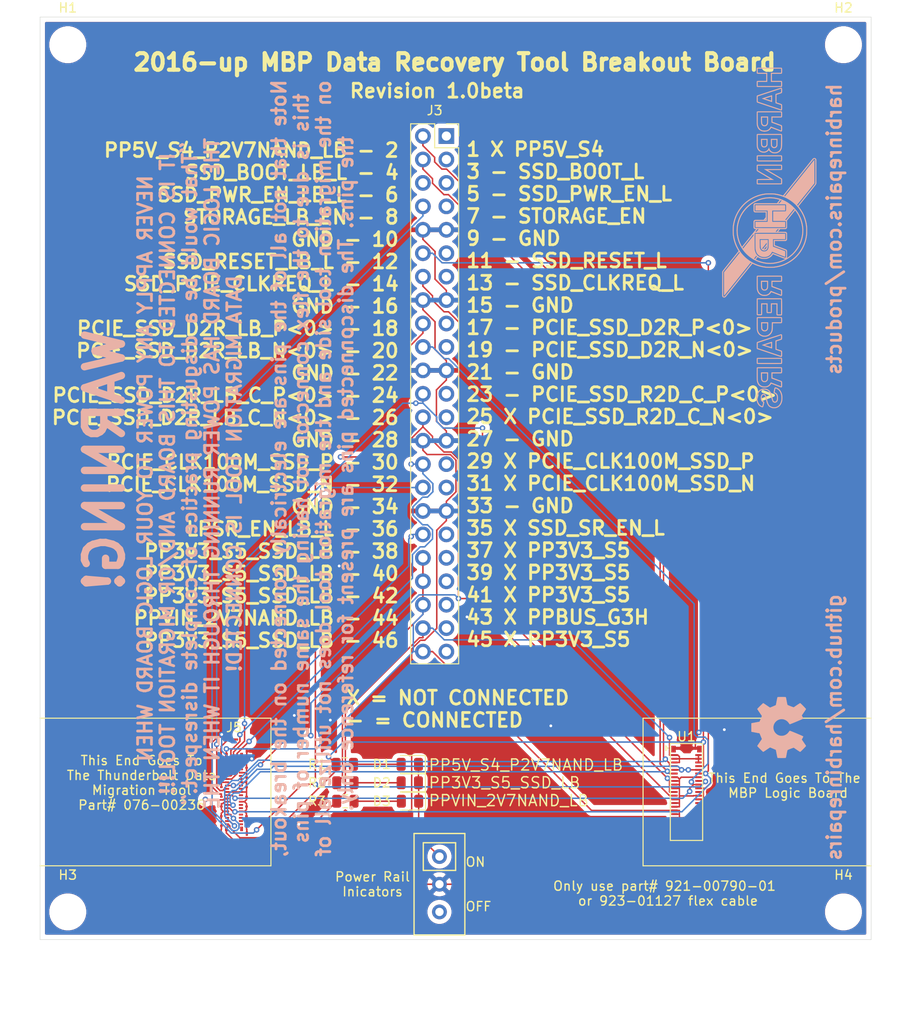
<source format=kicad_pcb>
(kicad_pcb (version 20171130) (host pcbnew "(5.1.0-0)")
  (layers (0 F.Cu signal) (31 B.Cu signal) (34 B.Paste user) (35 F.Paste user) (36 B.SilkS user) (37 F.SilkS user) (38 B.Mask user) (39 F.Mask user) (44 Edge.Cuts user))
  (net 0 "")
  (net 1 "Net-(D1-Pad1)")
  (net 2 "Net-(D1-Pad2)")
  (net 3 "Net-(D2-Pad2)")
  (net 4 "Net-(D3-Pad2)")
  (net 5 LPSR_EN_LB_L)
  (net 6 "Net-(SW1-Pad3)")
  (net 7 LB_PIN_1)
  (net 8 LB_PIN_41)
  (net 9 LB_PIN_42)
  (net 10 LB_PIN_40)
  (net 11 LB_PIN_37)
  (net 12 LB_PIN_38)
  (net 13 LB_PIN_31)
  (net 14 LB_PIN_32)
  (net 15 LB_PIN_29)
  (net 16 LB_PIN_17)
  (net 17 LB_PIN_13)
  (net 18 LB_PIN_12)
  (net 19 LB_PIN_7)
  (net 20 LB_PIN_5)
  (net 21 LB_PIN_2)
  (net 22 MIGRATION_PIN_1)
  (net 23 MIGRATION_PIN_3)
  (net 24 MIGRATION_PIN_6)
  (net 25 MIGRATION_PIN_5)
  (net 26 MIGRATION_PIN_7)
  (net 27 MIGRATION_PIN_11)
  (net 28 MIGRATION_PIN_13)
  (net 29 MIGRATION_PIN_17)
  (net 30 MIGRATION_PIN_19)
  (net 31 MIGRATION_PIN_23)
  (net 32 MIGRATION_PIN_25)
  (net 33 MIGRATION_PIN_30)
  (net 34 MIGRATION_PIN_29)
  (net 35 MIGRATION_PIN_32)
  (net 36 MIGRATION_PIN_31)
  (net 37 MIGRATION_PIN_35)
  (net 38 MIGRATION_PIN_37)
  (net 39 MIGRATION_PIN_43)
  (net 40 "Net-(J3-Pad45)")
  (net 41 "Net-(J3-Pad43)")
  (net 42 "Net-(J3-Pad41)")
  (net 43 "Net-(J3-Pad39)")
  (net 44 "Net-(J3-Pad37)")
  (net 45 "Net-(J3-Pad35)")
  (net 46 "Net-(J3-Pad31)")
  (net 47 "Net-(J3-Pad29)")
  (net 48 "Net-(J3-Pad25)")
  (net 49 PCIE_SSD_R2D_C_P<0>)
  (net 50 PCIE_SSD_D2R_N<0>)
  (net 51 PCIE_SSD_D2R_P<0>)
  (net 52 SSD_CLKREQ_L)
  (net 53 SSD_RESET_L)
  (net 54 STORAGE_EN)
  (net 55 SSD_PWR_EN_LB_L)
  (net 56 SSD_PWR_EN_L)
  (net 57 SSD_BOOT_L)
  (net 58 "Net-(J3-Pad1)")
  (net 59 MIGRATION_PIN_39)
  (net 60 MIGRATION_PIN_41)
  (net 61 MIGRATION_PIN_45)
  (module MountingHole:MountingHole_3mm (layer F.Cu) (at 108 136)
    (fp_text reference H3 (at 0 -4) (layer F.SilkS))
    (fp_text value MountingHole_3mm)
    (pad 1 np_thru_hole circle (at 0 0) (size 3 3) (drill 3) (layers *.Cu *.Mask))
  )
  (module MountingHole:MountingHole_3mm (layer F.Cu) (at 192 136)
    (fp_text reference H4 (at 0 -4) (layer F.SilkS))
    (fp_text value MountingHole_3mm)
    (pad 1 np_thru_hole circle (at 0 0) (size 3 3) (drill 3) (layers *.Cu *.Mask))
  )
  (module MountingHole:MountingHole_3mm (layer F.Cu) (at 108 42)
    (fp_text reference H1 (at 0 -4) (layer F.SilkS))
    (fp_text value MountingHole_3mm)
    (pad 1 np_thru_hole circle (at 0 0) (size 3 3) (drill 3) (layers *.Cu *.Mask))
  )
  (module MountingHole:MountingHole_3mm (layer F.Cu) (at 192 42)
    (fp_text reference H2 (at 0 -4) (layer F.SilkS))
    (fp_text value MountingHole_3mm)
    (pad 1 np_thru_hole circle (at 0 0) (size 3 3) (drill 3) (layers *.Cu *.Mask))
  )
  (module Symbol:OSHW-Symbol_6.7x6mm_SilkScreen (layer B.Cu) (at 185 116 270)
    (fp_text reference G2 hide)
    (fp_text value OSHW-Symbol_6.7x6mm_SilkScreen hide)
  )
  (module myFootprints:HR_LOGO_37.4x10.6mm (layer B.Cu) (at 184 63 270)
    (fp_text reference G1 hide)
    (fp_text value LOGO hide)
  )
  (module "Custom Footprints:FPC_SLIMSTACK_IPAD_5_LCD_CONNECTOR_42PIN_0.35P" (layer F.Cu) (at 175 123 270)
    (fp_text reference U1 (at -6 0 180) (layer F.SilkS))
    (fp_text value "IPAD 5 CONNECTOR (LOGIC BOARD CONNECTOR)")
    (pad 24 smd rect (at 4.65 -1.4 270) (size 0.73 0.49) (layers F.Cu F.Paste F.Mask) (net 7 LB_PIN_1))
    (pad 23 smd rect (at 4.65 1.4 270) (size 0.73 0.49) (layers F.Cu F.Paste F.Mask) (net 7 LB_PIN_1))
    (pad 46 smd rect (at -4.65 -1.4 270) (size 0.73 0.49) (layers F.Cu F.Paste F.Mask) (net 7 LB_PIN_1))
    (pad 1 smd rect (at -4.65 1.4 270) (size 0.73 0.49) (layers F.Cu F.Paste F.Mask) (net 7 LB_PIN_1))
    (pad 21 smd rect (at 3.6 1.3 270) (size 0.22 0.69) (layers F.Cu F.Paste F.Mask) (net 16 LB_PIN_17))
    (pad 43 smd rect (at -3.2 -1.3 270) (size 0.22 0.69) (layers F.Cu F.Paste F.Mask) (net 21 LB_PIN_2))
    (pad 20 smd rect (at 3.2 1.3 270) (size 0.22 0.69) (layers F.Cu F.Paste F.Mask) (net 16 LB_PIN_17))
    (pad 44 smd rect (at -3.6 -1.3 270) (size 0.22 0.69) (layers F.Cu F.Paste F.Mask) (net 21 LB_PIN_2))
    (pad 19 smd rect (at 2.8 1.3 270) (size 0.22 0.69) (layers F.Cu F.Paste F.Mask) (net 16 LB_PIN_17))
    (pad 45 smd rect (at -4 -1.3 270) (size 0.22 0.69) (layers F.Cu F.Paste F.Mask) (net 21 LB_PIN_2))
    (pad 18 smd rect (at 2.4 1.3 270) (size 0.22 0.69) (layers F.Cu F.Paste F.Mask) (net 16 LB_PIN_17))
    (pad 25 smd rect (at 4 -1.3 270) (size 0.22 0.69) (layers F.Cu F.Paste F.Mask) (net 16 LB_PIN_17))
    (pad 17 smd rect (at 2 1.3 270) (size 0.22 0.69) (layers F.Cu F.Paste F.Mask) (net 16 LB_PIN_17))
    (pad 26 smd rect (at 3.6 -1.3 270) (size 0.22 0.69) (layers F.Cu F.Paste F.Mask) (net 16 LB_PIN_17))
    (pad 16 smd rect (at 1.6 1.3 270) (size 0.22 0.69) (layers F.Cu F.Paste F.Mask) (net 7 LB_PIN_1))
    (pad 27 smd rect (at 3.2 -1.3 270) (size 0.22 0.69) (layers F.Cu F.Paste F.Mask) (net 16 LB_PIN_17))
    (pad 15 smd rect (at 1.2 1.3 270) (size 0.22 0.69) (layers F.Cu F.Paste F.Mask) (net 7 LB_PIN_1))
    (pad 28 smd rect (at 2.8 -1.3 270) (size 0.22 0.69) (layers F.Cu F.Paste F.Mask) (net 16 LB_PIN_17))
    (pad 14 smd rect (at 0.8 1.3 270) (size 0.22 0.69) (layers F.Cu F.Paste F.Mask) (net 7 LB_PIN_1))
    (pad 29 smd rect (at 2.4 -1.3 270) (size 0.22 0.69) (layers F.Cu F.Paste F.Mask) (net 15 LB_PIN_29))
    (pad 13 smd rect (at 0.4 1.3 270) (size 0.22 0.69) (layers F.Cu F.Paste F.Mask) (net 17 LB_PIN_13))
    (pad 30 smd rect (at 2 -1.3 270) (size 0.22 0.69) (layers F.Cu F.Paste F.Mask) (net 7 LB_PIN_1))
    (pad 12 smd rect (at 0 1.3 270) (size 0.22 0.69) (layers F.Cu F.Paste F.Mask) (net 18 LB_PIN_12))
    (pad 31 smd rect (at 1.6 -1.3 270) (size 0.22 0.69) (layers F.Cu F.Paste F.Mask) (net 13 LB_PIN_31))
    (pad 11 smd rect (at -0.4 1.3 270) (size 0.22 0.69) (layers F.Cu F.Paste F.Mask) (net 7 LB_PIN_1))
    (pad 32 smd rect (at 1.2 -1.3 270) (size 0.22 0.69) (layers F.Cu F.Paste F.Mask) (net 14 LB_PIN_32))
    (pad 10 smd rect (at -0.8 1.3 270) (size 0.22 0.69) (layers F.Cu F.Paste F.Mask) (net 7 LB_PIN_1))
    (pad 33 smd rect (at 0.8 -1.3 270) (size 0.22 0.69) (layers F.Cu F.Paste F.Mask) (net 7 LB_PIN_1))
    (pad 9 smd rect (at -1.2 1.3 270) (size 0.22 0.69) (layers F.Cu F.Paste F.Mask) (net 7 LB_PIN_1))
    (pad 34 smd rect (at 0.4 -1.3 270) (size 0.22 0.69) (layers F.Cu F.Paste F.Mask) (net 7 LB_PIN_1))
    (pad 8 smd rect (at -1.6 1.3 270) (size 0.22 0.69) (layers F.Cu F.Paste F.Mask) (net 7 LB_PIN_1))
    (pad 35 smd rect (at 0 -1.3 270) (size 0.22 0.69) (layers F.Cu F.Paste F.Mask) (net 7 LB_PIN_1))
    (pad 7 smd rect (at -2 1.3 270) (size 0.22 0.69) (layers F.Cu F.Paste F.Mask) (net 19 LB_PIN_7))
    (pad 36 smd rect (at -0.4 -1.3 270) (size 0.22 0.69) (layers F.Cu F.Paste F.Mask) (net 7 LB_PIN_1))
    (pad 6 smd rect (at -2.4 1.3 270) (size 0.22 0.69) (layers F.Cu F.Paste F.Mask) (net 8 LB_PIN_41))
    (pad 37 smd rect (at -0.8 -1.3 270) (size 0.22 0.69) (layers F.Cu F.Paste F.Mask) (net 11 LB_PIN_37))
    (pad 5 smd rect (at -2.8 1.3 270) (size 0.22 0.69) (layers F.Cu F.Paste F.Mask) (net 20 LB_PIN_5))
    (pad 38 smd rect (at -1.2 -1.3 270) (size 0.22 0.69) (layers F.Cu F.Paste F.Mask) (net 12 LB_PIN_38))
    (pad 4 smd rect (at -3.2 1.3 270) (size 0.22 0.69) (layers F.Cu F.Paste F.Mask) (net 21 LB_PIN_2))
    (pad 39 smd rect (at -1.6 -1.3 270) (size 0.22 0.69) (layers F.Cu F.Paste F.Mask) (net 7 LB_PIN_1))
    (pad 3 smd rect (at -3.6 1.3 270) (size 0.22 0.69) (layers F.Cu F.Paste F.Mask) (net 21 LB_PIN_2))
    (pad 40 smd rect (at -2 -1.3 270) (size 0.22 0.69) (layers F.Cu F.Paste F.Mask) (net 10 LB_PIN_40))
    (pad 2 smd rect (at -4 1.3 270) (size 0.22 0.69) (layers F.Cu F.Paste F.Mask) (net 21 LB_PIN_2))
    (pad 41 smd rect (at -2.4 -1.3 270) (size 0.22 0.69) (layers F.Cu F.Paste F.Mask) (net 8 LB_PIN_41))
    (pad 22 smd rect (at 4 1.3 270) (size 0.22 0.69) (layers F.Cu F.Paste F.Mask) (net 16 LB_PIN_17))
    (pad 42 smd rect (at -2.8 -1.3 270) (size 0.22 0.69) (layers F.Cu F.Paste F.Mask) (net 9 LB_PIN_42))
  )
  (module LED_SMD:LED_0805_2012Metric (layer F.Cu) (at 145.062 124 180)
    (fp_text reference D3 (at 3.0625 0 180) (layer F.SilkS))
    (fp_text value LED)
    (pad 1 smd roundrect (at -0.9375 0 180) (size 0.975 1.4) (layers F.Cu F.Paste F.Mask) (net 1 "Net-(D1-Pad1)"))
    (pad 2 smd roundrect (at 0.9375 0 180) (size 0.975 1.4) (layers F.Cu F.Paste F.Mask) (net 4 "Net-(D3-Pad2)"))
  )
  (module Resistor_SMD:R_0805_2012Metric (layer F.Cu) (at 138 120)
    (fp_text reference R1 (at -3 0) (layer F.SilkS))
    (fp_text value 4.7K)
    (pad 1 smd roundrect (at -0.9375 0) (size 0.975 1.4) (layers F.Cu F.Paste F.Mask) (net 9 LB_PIN_42))
    (pad 2 smd roundrect (at 0.9375 0) (size 0.975 1.4) (layers F.Cu F.Paste F.Mask) (net 2 "Net-(D1-Pad2)"))
  )
  (module Resistor_SMD:R_0805_2012Metric (layer F.Cu) (at 138.062 122)
    (fp_text reference R2 (at -3.0625 0) (layer F.SilkS))
    (fp_text value 4.7K)
    (pad 2 smd roundrect (at 0.9375 0) (size 0.975 1.4) (layers F.Cu F.Paste F.Mask) (net 3 "Net-(D2-Pad2)"))
    (pad 1 smd roundrect (at -0.9375 0) (size 0.975 1.4) (layers F.Cu F.Paste F.Mask) (net 16 LB_PIN_17))
  )
  (module Resistor_SMD:R_0805_2012Metric (layer F.Cu) (at 138.062 124)
    (fp_text reference R3 (at -3.0625 0) (layer F.SilkS))
    (fp_text value 4.7K)
    (pad 1 smd roundrect (at -0.9375 0) (size 0.975 1.4) (layers F.Cu F.Paste F.Mask) (net 21 LB_PIN_2))
    (pad 2 smd roundrect (at 0.9375 0) (size 0.975 1.4) (layers F.Cu F.Paste F.Mask) (net 4 "Net-(D3-Pad2)"))
  )
  (module myFootprints:SW_SPDT_3P_11.1mm_5.5mm (layer F.Cu) (at 145 133 270)
    (fp_text reference SW1)
    (fp_text value "INDICATOR SWITCH")
    (pad 1 thru_hole circle (at -3 -3.25 270) (size 1.6 1.6) (drill 0.9) (layers *.Cu *.Mask) (net 1 "Net-(D1-Pad1)"))
    (pad 2 thru_hole circle (at 0 -3.25 270) (size 1.6 1.6) (drill 0.9) (layers *.Cu *.Mask) (net 7 LB_PIN_1))
    (pad 3 thru_hole circle (at 3 -3.25 270) (size 1.6 1.6) (drill 0.9) (layers *.Cu *.Mask) (net 6 "Net-(SW1-Pad3)"))
  )
  (module Connector_PinSocket_2.54mm:PinSocket_2x23_P2.54mm_Vertical (layer F.Cu) (at 149 51.9)
    (fp_text reference J3 (at -1.27 -2.77) (layer F.SilkS))
    (fp_text value "LOGIC BOARD MIGRATION BREAKOUT")
    (pad 46 thru_hole oval (at -2.54 55.88) (size 1.7 1.7) (drill 1) (layers *.Cu *.Mask) (net 16 LB_PIN_17))
    (pad 45 thru_hole oval (at 0 55.88) (size 1.7 1.7) (drill 1) (layers *.Cu *.Mask) (net 40 "Net-(J3-Pad45)"))
    (pad 44 thru_hole oval (at -2.54 53.34) (size 1.7 1.7) (drill 1) (layers *.Cu *.Mask) (net 21 LB_PIN_2))
    (pad 43 thru_hole oval (at 0 53.34) (size 1.7 1.7) (drill 1) (layers *.Cu *.Mask) (net 41 "Net-(J3-Pad43)"))
    (pad 42 thru_hole oval (at -2.54 50.8) (size 1.7 1.7) (drill 1) (layers *.Cu *.Mask) (net 16 LB_PIN_17))
    (pad 41 thru_hole oval (at 0 50.8) (size 1.7 1.7) (drill 1) (layers *.Cu *.Mask) (net 42 "Net-(J3-Pad41)"))
    (pad 40 thru_hole oval (at -2.54 48.26) (size 1.7 1.7) (drill 1) (layers *.Cu *.Mask) (net 16 LB_PIN_17))
    (pad 39 thru_hole oval (at 0 48.26) (size 1.7 1.7) (drill 1) (layers *.Cu *.Mask) (net 43 "Net-(J3-Pad39)"))
    (pad 38 thru_hole oval (at -2.54 45.72) (size 1.7 1.7) (drill 1) (layers *.Cu *.Mask) (net 16 LB_PIN_17))
    (pad 37 thru_hole oval (at 0 45.72) (size 1.7 1.7) (drill 1) (layers *.Cu *.Mask) (net 44 "Net-(J3-Pad37)"))
    (pad 36 thru_hole oval (at -2.54 43.18) (size 1.7 1.7) (drill 1) (layers *.Cu *.Mask) (net 5 LPSR_EN_LB_L))
    (pad 35 thru_hole oval (at 0 43.18) (size 1.7 1.7) (drill 1) (layers *.Cu *.Mask) (net 45 "Net-(J3-Pad35)"))
    (pad 34 thru_hole oval (at -2.54 40.64) (size 1.7 1.7) (drill 1) (layers *.Cu *.Mask) (net 7 LB_PIN_1))
    (pad 33 thru_hole oval (at 0 40.64) (size 1.7 1.7) (drill 1) (layers *.Cu *.Mask) (net 7 LB_PIN_1))
    (pad 32 thru_hole oval (at -2.54 38.1) (size 1.7 1.7) (drill 1) (layers *.Cu *.Mask) (net 35 MIGRATION_PIN_32))
    (pad 31 thru_hole oval (at 0 38.1) (size 1.7 1.7) (drill 1) (layers *.Cu *.Mask) (net 46 "Net-(J3-Pad31)"))
    (pad 30 thru_hole oval (at -2.54 35.56) (size 1.7 1.7) (drill 1) (layers *.Cu *.Mask) (net 33 MIGRATION_PIN_30))
    (pad 29 thru_hole oval (at 0 35.56) (size 1.7 1.7) (drill 1) (layers *.Cu *.Mask) (net 47 "Net-(J3-Pad29)"))
    (pad 28 thru_hole oval (at -2.54 33.02) (size 1.7 1.7) (drill 1) (layers *.Cu *.Mask) (net 7 LB_PIN_1))
    (pad 27 thru_hole oval (at 0 33.02) (size 1.7 1.7) (drill 1) (layers *.Cu *.Mask) (net 7 LB_PIN_1))
    (pad 26 thru_hole oval (at -2.54 30.48) (size 1.7 1.7) (drill 1) (layers *.Cu *.Mask) (net 17 LB_PIN_13))
    (pad 25 thru_hole oval (at 0 30.48) (size 1.7 1.7) (drill 1) (layers *.Cu *.Mask) (net 48 "Net-(J3-Pad25)"))
    (pad 24 thru_hole oval (at -2.54 27.94) (size 1.7 1.7) (drill 1) (layers *.Cu *.Mask) (net 18 LB_PIN_12))
    (pad 23 thru_hole oval (at 0 27.94) (size 1.7 1.7) (drill 1) (layers *.Cu *.Mask) (net 49 PCIE_SSD_R2D_C_P<0>))
    (pad 22 thru_hole oval (at -2.54 25.4) (size 1.7 1.7) (drill 1) (layers *.Cu *.Mask) (net 7 LB_PIN_1))
    (pad 21 thru_hole oval (at 0 25.4) (size 1.7 1.7) (drill 1) (layers *.Cu *.Mask) (net 7 LB_PIN_1))
    (pad 20 thru_hole oval (at -2.54 22.86) (size 1.7 1.7) (drill 1) (layers *.Cu *.Mask) (net 11 LB_PIN_37))
    (pad 19 thru_hole oval (at 0 22.86) (size 1.7 1.7) (drill 1) (layers *.Cu *.Mask) (net 50 PCIE_SSD_D2R_N<0>))
    (pad 18 thru_hole oval (at -2.54 20.32) (size 1.7 1.7) (drill 1) (layers *.Cu *.Mask) (net 12 LB_PIN_38))
    (pad 17 thru_hole oval (at 0 20.32) (size 1.7 1.7) (drill 1) (layers *.Cu *.Mask) (net 51 PCIE_SSD_D2R_P<0>))
    (pad 16 thru_hole oval (at -2.54 17.78) (size 1.7 1.7) (drill 1) (layers *.Cu *.Mask) (net 7 LB_PIN_1))
    (pad 15 thru_hole oval (at 0 17.78) (size 1.7 1.7) (drill 1) (layers *.Cu *.Mask) (net 7 LB_PIN_1))
    (pad 14 thru_hole oval (at -2.54 15.24) (size 1.7 1.7) (drill 1) (layers *.Cu *.Mask) (net 19 LB_PIN_7))
    (pad 13 thru_hole oval (at 0 15.24) (size 1.7 1.7) (drill 1) (layers *.Cu *.Mask) (net 52 SSD_CLKREQ_L))
    (pad 12 thru_hole oval (at -2.54 12.7) (size 1.7 1.7) (drill 1) (layers *.Cu *.Mask) (net 10 LB_PIN_40))
    (pad 11 thru_hole oval (at 0 12.7) (size 1.7 1.7) (drill 1) (layers *.Cu *.Mask) (net 53 SSD_RESET_L))
    (pad 10 thru_hole oval (at -2.54 10.16) (size 1.7 1.7) (drill 1) (layers *.Cu *.Mask) (net 7 LB_PIN_1))
    (pad 9 thru_hole oval (at 0 10.16) (size 1.7 1.7) (drill 1) (layers *.Cu *.Mask) (net 7 LB_PIN_1))
    (pad 8 thru_hole oval (at -2.54 7.62) (size 1.7 1.7) (drill 1) (layers *.Cu *.Mask) (net 8 LB_PIN_41))
    (pad 7 thru_hole oval (at 0 7.62) (size 1.7 1.7) (drill 1) (layers *.Cu *.Mask) (net 54 STORAGE_EN))
    (pad 6 thru_hole oval (at -2.54 5.08) (size 1.7 1.7) (drill 1) (layers *.Cu *.Mask) (net 55 SSD_PWR_EN_LB_L))
    (pad 5 thru_hole oval (at 0 5.08) (size 1.7 1.7) (drill 1) (layers *.Cu *.Mask) (net 56 SSD_PWR_EN_L))
    (pad 4 thru_hole oval (at -2.54 2.54) (size 1.7 1.7) (drill 1) (layers *.Cu *.Mask) (net 20 LB_PIN_5))
    (pad 3 thru_hole oval (at 0 2.54) (size 1.7 1.7) (drill 1) (layers *.Cu *.Mask) (net 57 SSD_BOOT_L))
    (pad 2 thru_hole oval (at -2.54 0) (size 1.7 1.7) (drill 1) (layers *.Cu *.Mask) (net 9 LB_PIN_42))
    (pad 1 thru_hole rect (at 0 0) (size 1.7 1.7) (drill 1) (layers *.Cu *.Mask) (net 58 "Net-(J3-Pad1)"))
  )
  (module "Custom Footprints:IPEX_NOVASTACK_35-HDP_42-PIN_20698-042E-01#" (layer F.Cu) (at 126 123 90)
    (fp_text reference J5 (at 7 0) (layer F.SilkS))
    (fp_text value "IPEX 42 PIN 35-HDP CONNECTOR (MIGRATION TOOL CONNECTOR)")
    (pad 2 smd rect (at -3.5 -0.75 90) (size 0.2 0.45) (layers F.Cu F.Paste F.Mask) (net 9 LB_PIN_42))
    (pad 1 smd rect (at -3.5 0.75 90) (size 0.2 0.45) (layers F.Cu F.Paste F.Mask) (net 22 MIGRATION_PIN_1))
    (pad 4 smd rect (at -3.15 -0.75 90) (size 0.2 0.45) (layers F.Cu F.Paste F.Mask) (net 20 LB_PIN_5))
    (pad 3 smd rect (at -3.15 0.75 90) (size 0.2 0.45) (layers F.Cu F.Paste F.Mask) (net 23 MIGRATION_PIN_3))
    (pad 6 smd rect (at -2.8 -0.75 90) (size 0.2 0.45) (layers F.Cu F.Paste F.Mask) (net 24 MIGRATION_PIN_6))
    (pad 5 smd rect (at -2.8 0.75 90) (size 0.2 0.45) (layers F.Cu F.Paste F.Mask) (net 25 MIGRATION_PIN_5))
    (pad 8 smd rect (at -2.45 -0.75 90) (size 0.2 0.45) (layers F.Cu F.Paste F.Mask) (net 8 LB_PIN_41))
    (pad 7 smd rect (at -2.45 0.75 90) (size 0.2 0.45) (layers F.Cu F.Paste F.Mask) (net 26 MIGRATION_PIN_7))
    (pad 10 smd rect (at -2.1 -0.75 90) (size 0.2 0.45) (layers F.Cu F.Paste F.Mask) (net 7 LB_PIN_1))
    (pad 9 smd rect (at -2.1 0.75 90) (size 0.2 0.45) (layers F.Cu F.Paste F.Mask) (net 7 LB_PIN_1))
    (pad 12 smd rect (at -1.75 -0.75 90) (size 0.2 0.45) (layers F.Cu F.Paste F.Mask) (net 10 LB_PIN_40))
    (pad 11 smd rect (at -1.75 0.75 90) (size 0.2 0.45) (layers F.Cu F.Paste F.Mask) (net 27 MIGRATION_PIN_11))
    (pad 14 smd rect (at -1.4 -0.75 90) (size 0.2 0.45) (layers F.Cu F.Paste F.Mask) (net 19 LB_PIN_7))
    (pad 13 smd rect (at -1.4 0.75 90) (size 0.2 0.45) (layers F.Cu F.Paste F.Mask) (net 28 MIGRATION_PIN_13))
    (pad 16 smd rect (at -1.05 -0.75 90) (size 0.2 0.45) (layers F.Cu F.Paste F.Mask) (net 7 LB_PIN_1))
    (pad 15 smd rect (at -1.05 0.75 90) (size 0.2 0.45) (layers F.Cu F.Paste F.Mask) (net 7 LB_PIN_1))
    (pad 18 smd rect (at -0.7 -0.75 90) (size 0.2 0.45) (layers F.Cu F.Paste F.Mask) (net 12 LB_PIN_38))
    (pad 17 smd rect (at -0.7 0.75 90) (size 0.2 0.45) (layers F.Cu F.Paste F.Mask) (net 29 MIGRATION_PIN_17))
    (pad 20 smd rect (at -0.35 -0.75 90) (size 0.2 0.45) (layers F.Cu F.Paste F.Mask) (net 11 LB_PIN_37))
    (pad 19 smd rect (at -0.35 0.75 90) (size 0.2 0.45) (layers F.Cu F.Paste F.Mask) (net 30 MIGRATION_PIN_19))
    (pad 22 smd rect (at 0 -0.75 90) (size 0.2 0.45) (layers F.Cu F.Paste F.Mask) (net 7 LB_PIN_1))
    (pad 21 smd rect (at 0 0.75 90) (size 0.2 0.45) (layers F.Cu F.Paste F.Mask) (net 7 LB_PIN_1))
    (pad 24 smd rect (at 0.35 -0.75 90) (size 0.2 0.45) (layers F.Cu F.Paste F.Mask) (net 18 LB_PIN_12))
    (pad 23 smd rect (at 0.35 0.75 90) (size 0.2 0.45) (layers F.Cu F.Paste F.Mask) (net 31 MIGRATION_PIN_23))
    (pad 26 smd rect (at 0.7 -0.75 90) (size 0.2 0.45) (layers F.Cu F.Paste F.Mask) (net 17 LB_PIN_13))
    (pad 25 smd rect (at 0.7 0.75 90) (size 0.2 0.45) (layers F.Cu F.Paste F.Mask) (net 32 MIGRATION_PIN_25))
    (pad 28 smd rect (at 1.05 -0.75 90) (size 0.2 0.45) (layers F.Cu F.Paste F.Mask) (net 7 LB_PIN_1))
    (pad 27 smd rect (at 1.05 0.75 90) (size 0.2 0.45) (layers F.Cu F.Paste F.Mask) (net 7 LB_PIN_1))
    (pad 30 smd rect (at 1.4 -0.75 90) (size 0.2 0.45) (layers F.Cu F.Paste F.Mask) (net 33 MIGRATION_PIN_30))
    (pad 29 smd rect (at 1.4 0.75 90) (size 0.2 0.45) (layers F.Cu F.Paste F.Mask) (net 34 MIGRATION_PIN_29))
    (pad 32 smd rect (at 1.75 -0.75 90) (size 0.2 0.45) (layers F.Cu F.Paste F.Mask) (net 35 MIGRATION_PIN_32))
    (pad 31 smd rect (at 1.75 0.75 90) (size 0.2 0.45) (layers F.Cu F.Paste F.Mask) (net 36 MIGRATION_PIN_31))
    (pad 34 smd rect (at 2.1 -0.75 90) (size 0.2 0.45) (layers F.Cu F.Paste F.Mask) (net 7 LB_PIN_1))
    (pad 33 smd rect (at 2.1 0.75 90) (size 0.2 0.45) (layers F.Cu F.Paste F.Mask) (net 7 LB_PIN_1))
    (pad 36 smd rect (at 2.45 -0.75 90) (size 0.2 0.45) (layers F.Cu F.Paste F.Mask) (net 5 LPSR_EN_LB_L))
    (pad 35 smd rect (at 2.45 0.75 90) (size 0.2 0.45) (layers F.Cu F.Paste F.Mask) (net 37 MIGRATION_PIN_35))
    (pad 38 smd rect (at 2.8 -0.75 90) (size 0.2 0.45) (layers F.Cu F.Paste F.Mask) (net 16 LB_PIN_17))
    (pad 37 smd rect (at 2.8 0.75 90) (size 0.2 0.45) (layers F.Cu F.Paste F.Mask) (net 38 MIGRATION_PIN_37))
    (pad 40 smd rect (at 3.15 -0.75 90) (size 0.2 0.45) (layers F.Cu F.Paste F.Mask) (net 16 LB_PIN_17))
    (pad 39 smd rect (at 3.15 0.75 90) (size 0.2 0.45) (layers F.Cu F.Paste F.Mask) (net 59 MIGRATION_PIN_39))
    (pad 42 smd rect (at 3.5 -0.75 90) (size 0.2 0.45) (layers F.Cu F.Paste F.Mask) (net 16 LB_PIN_17))
    (pad 41 smd rect (at 3.5 0.75 90) (size 0.2 0.45) (layers F.Cu F.Paste F.Mask) (net 60 MIGRATION_PIN_41))
    (pad 44 smd rect (at -4 -0.825 180) (size 0.3 0.5) (layers F.Cu F.Paste F.Mask) (net 21 LB_PIN_2))
    (pad 46 smd rect (at 4 -0.825 180) (size 0.3 0.5) (layers F.Cu F.Paste F.Mask) (net 16 LB_PIN_17))
    (pad 45 smd rect (at 4 0.825 180) (size 0.3 0.5) (layers F.Cu F.Paste F.Mask) (net 61 MIGRATION_PIN_45))
    (pad 43 smd rect (at -4 0.825 180) (size 0.3 0.5) (layers F.Cu F.Paste F.Mask) (net 39 MIGRATION_PIN_43))
    (pad 47 smd rect (at 3.675 -1.36 180) (size 0.28 0.22) (layers F.Cu F.Paste F.Mask) (net 7 LB_PIN_1))
    (pad 47 smd rect (at 3.675 1.35 180) (size 0.28 0.22) (layers F.Cu F.Paste F.Mask) (net 7 LB_PIN_1))
    (pad 47 smd rect (at 2.625 1.36 180) (size 0.28 0.22) (layers F.Cu F.Paste F.Mask) (net 7 LB_PIN_1))
    (pad 47 smd rect (at 1.575 1.36 180) (size 0.28 0.22) (layers F.Cu F.Paste F.Mask) (net 7 LB_PIN_1))
    (pad 47 smd rect (at 0.525 1.36 180) (size 0.28 0.22) (layers F.Cu F.Paste F.Mask) (net 7 LB_PIN_1))
    (pad 47 smd rect (at -0.525 1.36 180) (size 0.28 0.22) (layers F.Cu F.Paste F.Mask) (net 7 LB_PIN_1))
    (pad 47 smd rect (at -1.575 1.36 180) (size 0.28 0.22) (layers F.Cu F.Paste F.Mask) (net 7 LB_PIN_1))
    (pad 47 smd rect (at -2.625 1.35 180) (size 0.28 0.22) (layers F.Cu F.Paste F.Mask) (net 7 LB_PIN_1))
    (pad 47 smd rect (at -3.675 1.36 180) (size 0.28 0.22) (layers F.Cu F.Paste F.Mask) (net 7 LB_PIN_1))
    (pad 47 smd rect (at -3.67 -1.365 180) (size 0.28 0.22) (layers F.Cu F.Paste F.Mask) (net 7 LB_PIN_1))
    (pad 47 smd rect (at -2.62 -1.375 180) (size 0.28 0.22) (layers F.Cu F.Paste F.Mask) (net 7 LB_PIN_1))
    (pad 47 smd rect (at -1.57 -1.365 180) (size 0.28 0.22) (layers F.Cu F.Paste F.Mask) (net 7 LB_PIN_1))
    (pad 47 smd rect (at -0.52 -1.365 180) (size 0.28 0.22) (layers F.Cu F.Paste F.Mask) (net 7 LB_PIN_1))
    (pad 47 smd rect (at 0.53 -1.365 180) (size 0.28 0.22) (layers F.Cu F.Paste F.Mask) (net 7 LB_PIN_1))
    (pad 47 smd rect (at 1.58 -1.365 180) (size 0.28 0.22) (layers F.Cu F.Paste F.Mask) (net 7 LB_PIN_1))
    (pad 47 smd rect (at 2.63 -1.365 180) (size 0.28 0.22) (layers F.Cu F.Paste F.Mask) (net 7 LB_PIN_1))
    (pad 47 smd rect (at 5.69 0 180) (size 0.9 0.23) (layers F.Cu F.Paste F.Mask) (net 7 LB_PIN_1))
    (pad 47 smd rect (at -5.69 0 180) (size 0.9 0.23) (layers F.Cu F.Paste F.Mask) (net 7 LB_PIN_1))
    (pad 47 smd rect (at -4.5 -1.39 180) (size 0.23 0.5) (layers F.Cu F.Paste F.Mask) (net 7 LB_PIN_1))
    (pad 47 smd rect (at -4.5 1.39 180) (size 0.23 0.5) (layers F.Cu F.Paste F.Mask) (net 7 LB_PIN_1))
    (pad 47 smd rect (at 4.5 -1.39 180) (size 0.23 0.5) (layers F.Cu F.Paste F.Mask) (net 7 LB_PIN_1))
    (pad 47 smd rect (at 4.5 1.38 180) (size 0.23 0.5) (layers F.Cu F.Paste F.Mask) (net 7 LB_PIN_1))
  )
  (module LED_SMD:LED_0805_2012Metric (layer F.Cu) (at 145.038 120 180)
    (fp_text reference D1 (at 3.038 0 180) (layer F.SilkS))
    (fp_text value LED)
    (pad 2 smd roundrect (at 0.9375 0 180) (size 0.975 1.4) (layers F.Cu F.Paste F.Mask) (net 2 "Net-(D1-Pad2)"))
    (pad 1 smd roundrect (at -0.9375 0 180) (size 0.975 1.4) (layers F.Cu F.Paste F.Mask) (net 1 "Net-(D1-Pad1)"))
  )
  (module LED_SMD:LED_0805_2012Metric (layer F.Cu) (at 145.038 122 180)
    (fp_text reference D2 (at 3.038 0 180) (layer F.SilkS))
    (fp_text value LED)
    (pad 1 smd roundrect (at -0.9375 0 180) (size 0.975 1.4) (layers F.Cu F.Paste F.Mask) (net 1 "Net-(D1-Pad1)"))
    (pad 2 smd roundrect (at 0.9375 0 180) (size 0.975 1.4) (layers F.Cu F.Paste F.Mask) (net 3 "Net-(D2-Pad2)"))
  )
  (gr_text "PP5V_S4_P2V7NAND_LB - 2\nSSD_BOOT_LB_L - 4\nSSD_PWR_EN_LB_L - 6\nSTORAGE_LB_EN - 8\nGND - 10\nSSD_RESET_LB_L - 12\nSSD_PCIE_CLKREQ_L - 14\nGND - 16\nPCIE_SSD_D2R_LB_P<0> - 18\nPCIE_SSD_D2R_LB_N<0> - 20\nGND - 22\nPCIE_SSD_D2R_LB_C_P<0> - 24\nPCIE_SSD_D2R_LB_C_N<0> - 26\nGND - 28\nPCIE_CLK100M_SSD_P - 30\nPCIE_CLK100M_SSD_N - 32\nGND - 34\nLPSR_EN_LB_L - 36\nPP3V3_S5_SSD_LB - 38\nPP3V3_S5_SSD_LB - 40\nPP3V3_S5_SSD_LB - 42\nPPVIN_2V7NAND_LB - 44\nPP3V3_S5_SSD_LB - 46" (at 144 80) (layer F.SilkS) (effects (font (size 1.5 1.5) (thickness 0.3)) (justify right)))
  (gr_text github.com/harbinrepairs (at 191 116 90) (layer B.SilkS) (effects (font (size 1.5 1.5) (thickness 0.3)) (justify mirror)))
  (gr_text harbinrepairs.com/products (at 191 62 90) (layer B.SilkS) (effects (font (size 1.5 1.5) (thickness 0.3)) (justify mirror)))
  (gr_text "Revision 1.0beta" (at 148 47) (layer F.SilkS) (effects (font (size 1.5 1.5) (thickness 0.3))))
  (gr_text "X = NOT CONNECTED\n- = CONNECTED" (at 138 114) (layer F.SilkS) (effects (font (size 1.5 1.5) (thickness 0.3)) (justify left)))
  (gr_text "1 X PP5V_S4\n3 - SSD_BOOT_L\n5 - SSD_PWR_EN_L\n7 - STORAGE_EN\n9 - GND\n11 - SSD_RESET_L\n13 - SSD_CLKREQ_L\n15 - GND\n17 - PCIE_SSD_D2R_P<0>\n19 - PCIE_SSD_D2R_N<0>\n21 - GND\n23 - PCIE_SSD_R2D_C_P<0>\n25 X PCIE_SSD_R2D_C_N<0>  \n27 - GND\n29 X PCIE_CLK100M_SSD_P\n31 X PCIE_CLK100M_SSD_N\n33 - GND\n35 X SSD_SR_EN_L\n37 X PP3V3_S5\n39 X PP3V3_S5\n41 X PP3V3_S5\n43 X PPBUS_G3H\n45 X PP3V3_S5" (at 151 79.9) (layer F.SilkS) (effects (font (size 1.5 1.5) (thickness 0.3)) (justify left)))
  (gr_text "2016-up MBP Data Recovery Tool Breakout Board" (at 149.9 43.9) (layer F.SilkS) (effects (font (size 1.8 1.8) (thickness 0.45))))
  (gr_text "PP5V_S4_P2V7NAND_LB\nPP3V3_S5_SSD_LB\nPPVIN_2V7NAND_LB" (at 147 122) (layer F.SilkS) (effects (font (size 1.2 1.2)) (justify left)))
  (gr_line (start 195 131) (end 170.3 131) (layer F.SilkS) (width 0.12))
  (gr_line (start 170.3 115) (end 195 115) (layer F.SilkS) (width 0.12))
  (gr_line (start 170.3 131) (end 170.3 115) (layer F.SilkS) (width 0.12))
  (gr_text WARNING! (at 112 87 90) (layer B.SilkS) (effects (font (size 4 4) (thickness 0.8)) (justify mirror)))
  (gr_text "NEVER APPLY ANY POWER TO YOUR LOGIC BOARD WHEN \nIT IS CONNECTED TO THIS BOARD AND/OR MIGRATION TOOL!!!\n“That would be a disgusting practice of complete disrespect.”\nTHE LOGIC BOARD HAS POWER RUNNING THROUGH IT WHEN THE\nDATA MIGRATION TOOL IS CONNECTED!\n\nNote that not all of the pins are electrically connected on the breakout, \nthis is due to the flex connector not having the same number of pins \non the migration tool side and the migration tool does not utilize all of \nthe pins. The disconnected pins are present for reference only." (at 127.25 88.5 90) (layer B.SilkS) (effects (font (size 1.5 1.5) (thickness 0.3)) (justify mirror)))
  (gr_line (start 105 39) (end 105 139) (layer Edge.Cuts) (width 0.05))
  (gr_line (start 195 39) (end 105 39) (layer Edge.Cuts) (width 0.05))
  (gr_line (start 195 139) (end 195 39) (layer Edge.Cuts) (width 0.05))
  (gr_line (start 105 139) (end 195 139) (layer Edge.Cuts) (width 0.05))
  (gr_text "ON\n\n\nOFF" (at 151 133) (layer F.SilkS) (effects (font (size 1 1)) (justify left)))
  (gr_text "Power Rail\nInicators" (at 141 133) (layer F.SilkS) (effects (font (size 1 1))))
  (gr_line (start 130 131) (end 105 131) (layer F.SilkS) (width 0.12))
  (gr_line (start 130 115) (end 130 131) (layer F.SilkS) (width 0.12))
  (gr_line (start 105 115) (end 130 115) (layer F.SilkS) (width 0.12))
  (gr_text "This End Goes To The \nMBP Logic Board" (at 186 122.3) (layer F.SilkS) (effects (font (size 1 1))))
  (gr_text "This End Goes To\nThe Thunderbolt Data\nMigration Tool\nPart# 076-00236" (at 116 122) (layer F.SilkS) (effects (font (size 1 1))))
  (gr_text "Only use part# 921-00790-01 \nor 923-01127 flex cable" (at 173 134) (layer F.SilkS) (effects (font (size 1 1))))
  (segment (start 148.25 130) (end 145.9995 127.7495) (width 0.16) (layer F.Cu) (net 1))
  (segment (start 145.9995 127.7495) (end 145.9995 124) (width 0.16) (layer F.Cu) (net 1))
  (segment (start 145.9755 120) (end 145.9755 122) (width 0.16) (layer F.Cu) (net 1))
  (segment (start 145.9755 122) (end 145.9995 122.024) (width 0.16) (layer F.Cu) (net 1))
  (segment (start 145.9995 122.024) (end 145.9995 124) (width 0.16) (layer F.Cu) (net 1))
  (segment (start 144.1005 120) (end 138.9375 120) (width 0.16) (layer F.Cu) (net 2))
  (segment (start 138.9995 122) (end 144.1005 122) (width 0.16) (layer F.Cu) (net 3))
  (segment (start 138.9995 124) (end 144.1245 124) (width 0.16) (layer F.Cu) (net 4))
  (segment (start 145.1936 95.3061) (end 144.9234 95.5763) (width 0.16) (layer B.Cu) (net 5))
  (segment (start 144.9234 95.5763) (end 144.9234 98.5027) (width 0.16) (layer B.Cu) (net 5))
  (segment (start 144.9234 98.5027) (end 126.6411 116.785) (width 0.16) (layer B.Cu) (net 5))
  (segment (start 126.6411 116.785) (end 126.6411 117.5216) (width 0.16) (layer F.Cu) (net 5))
  (segment (start 126.6411 117.5216) (end 125.6653 118.4974) (width 0.16) (layer F.Cu) (net 5))
  (segment (start 125.6653 118.4974) (end 125.6653 120.55) (width 0.16) (layer F.Cu) (net 5))
  (segment (start 125.25 120.55) (end 125.6653 120.55) (width 0.16) (layer F.Cu) (net 5))
  (segment (start 145.4197 95.08) (end 145.1936 95.3061) (width 0.16) (layer B.Cu) (net 5))
  (segment (start 146.46 95.08) (end 145.4197 95.08) (width 0.16) (layer B.Cu) (net 5))
  (via (at 126.6411 116.785) (size 0.6) (layers F.Cu B.Cu) (net 5))
  (via (at 145.1936 95.3061) (size 0.6) (layers F.Cu B.Cu) (net 5))
  (segment (start 176.3 123.4) (end 175.7647 123.4) (width 0.16) (layer F.Cu) (net 7))
  (segment (start 174.2353 123.4) (end 174.2612 123.4259) (width 0.16) (layer F.Cu) (net 7))
  (segment (start 174.2612 123.4259) (end 175.7388 123.4259) (width 0.16) (layer F.Cu) (net 7))
  (segment (start 175.7388 123.4259) (end 175.7647 123.4) (width 0.16) (layer F.Cu) (net 7))
  (segment (start 124.635 123.52) (end 124.635 123.2197) (width 0.16) (layer F.Cu) (net 7))
  (segment (start 124.6674 116.7671) (end 124.495 116.7671) (width 0.16) (layer F.Cu) (net 7))
  (segment (start 124.495 116.7671) (end 123.6238 117.6383) (width 0.16) (layer F.Cu) (net 7))
  (segment (start 123.6238 117.6383) (end 123.6238 122.4337) (width 0.16) (layer F.Cu) (net 7))
  (segment (start 123.6238 122.4337) (end 124.4098 123.2197) (width 0.16) (layer F.Cu) (net 7))
  (segment (start 124.4098 123.2197) (end 124.635 123.2197) (width 0.16) (layer F.Cu) (net 7))
  (segment (start 125.7651 117.31) (end 125.2222 116.7671) (width 0.16) (layer F.Cu) (net 7))
  (segment (start 125.2222 116.7671) (end 124.6674 116.7671) (width 0.16) (layer F.Cu) (net 7))
  (segment (start 127.9186 119.3904) (end 125.5307 119.3904) (width 0.16) (layer B.Cu) (net 7))
  (segment (start 125.5307 119.3904) (end 124.6674 118.5271) (width 0.16) (layer B.Cu) (net 7))
  (segment (start 124.6674 118.5271) (end 124.6674 116.7671) (width 0.16) (layer B.Cu) (net 7))
  (segment (start 175.9647 118.35) (end 175.9647 116.9149) (width 0.16) (layer F.Cu) (net 7))
  (segment (start 175.9647 116.9149) (end 176.3341 116.5455) (width 0.16) (layer F.Cu) (net 7))
  (segment (start 179.0974 116.2454) (end 176.6342 116.2454) (width 0.16) (layer B.Cu) (net 7))
  (segment (start 176.6342 116.2454) (end 176.3341 116.5455) (width 0.16) (layer B.Cu) (net 7))
  (segment (start 125.7651 117.31) (end 126 117.31) (width 0.16) (layer F.Cu) (net 7))
  (segment (start 126.75 123) (end 126.3347 123) (width 0.16) (layer F.Cu) (net 7))
  (segment (start 126.3347 123) (end 125.25 123) (width 0.16) (layer F.Cu) (net 7))
  (segment (start 127.36 123) (end 126.75 123) (width 0.16) (layer F.Cu) (net 7))
  (segment (start 127.36 122.475) (end 127.36 122.1747) (width 0.16) (layer F.Cu) (net 7))
  (segment (start 127.9186 119.3904) (end 127.7457 119.3904) (width 0.16) (layer F.Cu) (net 7))
  (segment (start 127.7457 119.3904) (end 127.6803 119.325) (width 0.16) (layer F.Cu) (net 7))
  (segment (start 127.3485 121.95) (end 127.3485 122.1632) (width 0.16) (layer F.Cu) (net 7))
  (segment (start 127.3485 122.1632) (end 127.36 122.1747) (width 0.16) (layer F.Cu) (net 7))
  (segment (start 127.36 121.425) (end 127.36 121.9385) (width 0.16) (layer F.Cu) (net 7))
  (segment (start 127.36 121.9385) (end 127.3485 121.95) (width 0.16) (layer F.Cu) (net 7))
  (segment (start 126.75 121.95) (end 127.3485 121.95) (width 0.16) (layer F.Cu) (net 7))
  (segment (start 127.36 123) (end 127.36 123.525) (width 0.16) (layer F.Cu) (net 7))
  (segment (start 127.36 122.475) (end 127.36 123) (width 0.16) (layer F.Cu) (net 7))
  (segment (start 127.35 119.325) (end 127.6803 119.325) (width 0.16) (layer F.Cu) (net 7))
  (segment (start 127.1353 124.05) (end 127.36 123.8253) (width 0.16) (layer F.Cu) (net 7))
  (segment (start 127.36 123.8253) (end 127.36 123.525) (width 0.16) (layer F.Cu) (net 7))
  (segment (start 127.1353 124.05) (end 127.36 124.2747) (width 0.16) (layer F.Cu) (net 7))
  (segment (start 127.0977 124.05) (end 127.1353 124.05) (width 0.16) (layer F.Cu) (net 7))
  (segment (start 127.35 119.325) (end 127.35 119.6253) (width 0.16) (layer F.Cu) (net 7))
  (segment (start 127.38 118.8302) (end 127.38 118.9403) (width 0.16) (layer F.Cu) (net 7))
  (segment (start 127.38 118.8176) (end 127.38 118.8302) (width 0.16) (layer F.Cu) (net 7))
  (segment (start 127.38 118.5) (end 127.38 118.8176) (width 0.16) (layer F.Cu) (net 7))
  (segment (start 127.35 119.6253) (end 127.36 119.6353) (width 0.16) (layer F.Cu) (net 7))
  (segment (start 127.36 119.6353) (end 127.36 120.0747) (width 0.16) (layer F.Cu) (net 7))
  (segment (start 125.7651 117.31) (end 125.3597 117.31) (width 0.16) (layer F.Cu) (net 7))
  (segment (start 176.8353 122.6) (end 177.0353 122.6) (width 0.16) (layer F.Cu) (net 7))
  (segment (start 177.0353 122.6) (end 179.0974 120.5379) (width 0.16) (layer F.Cu) (net 7))
  (segment (start 179.0974 120.5379) (end 179.0974 116.2454) (width 0.16) (layer F.Cu) (net 7))
  (segment (start 176.8353 122.6) (end 176.8353 123) (width 0.16) (layer F.Cu) (net 7))
  (segment (start 174.0353 118.35) (end 175.9647 118.35) (width 0.16) (layer F.Cu) (net 7))
  (segment (start 176.4 118.35) (end 175.9647 118.35) (width 0.16) (layer F.Cu) (net 7))
  (segment (start 127.38 118.9403) (end 127.35 118.9703) (width 0.16) (layer F.Cu) (net 7))
  (segment (start 127.35 118.9703) (end 127.35 119.325) (width 0.16) (layer F.Cu) (net 7))
  (segment (start 149 92.54) (end 149 93.5803) (width 0.16) (layer F.Cu) (net 7))
  (segment (start 149 93.5803) (end 147.9597 94.6206) (width 0.16) (layer F.Cu) (net 7))
  (segment (start 147.9597 94.6206) (end 147.9597 105.2569) (width 0.16) (layer F.Cu) (net 7))
  (segment (start 147.9597 105.2569) (end 146.666 106.5506) (width 0.16) (layer F.Cu) (net 7))
  (segment (start 146.666 106.5506) (end 146.1897 106.5506) (width 0.16) (layer F.Cu) (net 7))
  (segment (start 146.1897 106.5506) (end 145.2408 107.4995) (width 0.16) (layer F.Cu) (net 7))
  (segment (start 145.2408 107.4995) (end 145.2408 129.9908) (width 0.16) (layer F.Cu) (net 7))
  (segment (start 145.2408 129.9908) (end 148.25 133) (width 0.16) (layer F.Cu) (net 7))
  (segment (start 149 92.0198) (end 149 92.54) (width 0.16) (layer F.Cu) (net 7))
  (segment (start 149 92.0198) (end 149 91.4997) (width 0.16) (layer F.Cu) (net 7))
  (segment (start 124.635 121.95) (end 124.635 121.42) (width 0.16) (layer F.Cu) (net 7))
  (segment (start 124.635 122.47) (end 124.635 121.95) (width 0.16) (layer F.Cu) (net 7))
  (segment (start 125.25 121.95) (end 124.635 121.95) (width 0.16) (layer F.Cu) (net 7))
  (segment (start 124.635 120.9) (end 125.25 120.9) (width 0.16) (layer F.Cu) (net 7))
  (segment (start 149 91.4997) (end 150.0403 90.4594) (width 0.16) (layer F.Cu) (net 7))
  (segment (start 150.0403 90.4594) (end 150.0403 87.0291) (width 0.16) (layer F.Cu) (net 7))
  (segment (start 150.0403 87.0291) (end 149.4309 86.4197) (width 0.16) (layer F.Cu) (net 7))
  (segment (start 149.4309 86.4197) (end 146.9194 86.4197) (width 0.16) (layer F.Cu) (net 7))
  (segment (start 146.9194 86.4197) (end 146.46 85.9603) (width 0.16) (layer F.Cu) (net 7))
  (segment (start 149 92.54) (end 146.46 92.54) (width 0.16) (layer B.Cu) (net 7))
  (segment (start 146.46 84.92) (end 146.46 85.9603) (width 0.16) (layer F.Cu) (net 7))
  (segment (start 149 84.92) (end 146.46 84.92) (width 0.16) (layer B.Cu) (net 7))
  (segment (start 149 84.92) (end 149 83.8797) (width 0.16) (layer F.Cu) (net 7))
  (segment (start 149 77.3) (end 149 78.3403) (width 0.16) (layer F.Cu) (net 7))
  (segment (start 149 78.3403) (end 147.9225 79.4178) (width 0.16) (layer F.Cu) (net 7))
  (segment (start 147.9225 79.4178) (end 147.9225 82.8022) (width 0.16) (layer F.Cu) (net 7))
  (segment (start 147.9225 82.8022) (end 149 83.8797) (width 0.16) (layer F.Cu) (net 7))
  (segment (start 149 76.7798) (end 149 77.3) (width 0.16) (layer F.Cu) (net 7))
  (segment (start 149 76.7798) (end 149 76.2597) (width 0.16) (layer F.Cu) (net 7))
  (segment (start 149 77.3) (end 146.46 77.3) (width 0.16) (layer B.Cu) (net 7))
  (segment (start 149 76.2597) (end 147.7706 75.0303) (width 0.16) (layer F.Cu) (net 7))
  (segment (start 147.7706 75.0303) (end 147.7706 72.0309) (width 0.16) (layer F.Cu) (net 7))
  (segment (start 147.7706 72.0309) (end 146.46 70.7203) (width 0.16) (layer F.Cu) (net 7))
  (segment (start 146.46 69.68) (end 146.46 70.7203) (width 0.16) (layer F.Cu) (net 7))
  (segment (start 149 69.68) (end 146.46 69.68) (width 0.16) (layer B.Cu) (net 7))
  (segment (start 149 68.6397) (end 147.7706 67.4103) (width 0.16) (layer F.Cu) (net 7))
  (segment (start 147.7706 67.4103) (end 147.7706 64.4109) (width 0.16) (layer F.Cu) (net 7))
  (segment (start 147.7706 64.4109) (end 146.46 63.1003) (width 0.16) (layer F.Cu) (net 7))
  (segment (start 149 69.68) (end 149 68.6397) (width 0.16) (layer F.Cu) (net 7))
  (segment (start 146.46 62.06) (end 146.46 63.1003) (width 0.16) (layer F.Cu) (net 7))
  (segment (start 149 62.06) (end 146.46 62.06) (width 0.16) (layer B.Cu) (net 7))
  (segment (start 125.3597 117.31) (end 124.61 118.0597) (width 0.16) (layer F.Cu) (net 7))
  (segment (start 124.61 118.0597) (end 124.61 118.5) (width 0.16) (layer F.Cu) (net 7))
  (segment (start 173.6 118.35) (end 174.0353 118.35) (width 0.16) (layer F.Cu) (net 7))
  (segment (start 173.6 127.65) (end 173.1647 127.65) (width 0.16) (layer F.Cu) (net 7))
  (segment (start 148.25 133) (end 167.8147 133) (width 0.16) (layer F.Cu) (net 7))
  (segment (start 167.8147 133) (end 173.1647 127.65) (width 0.16) (layer F.Cu) (net 7))
  (segment (start 126.6403 128.69) (end 130.9503 133) (width 0.16) (layer F.Cu) (net 7))
  (segment (start 130.9503 133) (end 148.25 133) (width 0.16) (layer F.Cu) (net 7))
  (segment (start 126.75 124.05) (end 127.0977 124.05) (width 0.16) (layer F.Cu) (net 7))
  (segment (start 127.36 124.575) (end 127.36 124.2747) (width 0.16) (layer F.Cu) (net 7))
  (segment (start 127.1653 125.1) (end 127.36 124.9053) (width 0.16) (layer F.Cu) (net 7))
  (segment (start 127.36 124.9053) (end 127.36 124.575) (width 0.16) (layer F.Cu) (net 7))
  (segment (start 126 128.69) (end 126.6403 128.69) (width 0.16) (layer F.Cu) (net 7))
  (segment (start 174.2353 121.5998) (end 174.4351 121.4) (width 0.16) (layer F.Cu) (net 7))
  (segment (start 174.4351 121.4) (end 176.3 121.4) (width 0.16) (layer F.Cu) (net 7))
  (segment (start 176.4 127.65) (end 173.6 127.65) (width 0.16) (layer F.Cu) (net 7))
  (segment (start 176.6177 127.65) (end 176.4 127.65) (width 0.16) (layer F.Cu) (net 7))
  (segment (start 176.6177 127.65) (end 176.8353 127.65) (width 0.16) (layer F.Cu) (net 7))
  (segment (start 176.8353 125) (end 177.154 125.3187) (width 0.16) (layer F.Cu) (net 7))
  (segment (start 177.154 125.3187) (end 177.154 127.3313) (width 0.16) (layer F.Cu) (net 7))
  (segment (start 177.154 127.3313) (end 176.8353 127.65) (width 0.16) (layer F.Cu) (net 7))
  (segment (start 176.7677 125) (end 176.8353 125) (width 0.16) (layer F.Cu) (net 7))
  (segment (start 176.3 125) (end 176.7677 125) (width 0.16) (layer F.Cu) (net 7))
  (segment (start 173.9677 121.4) (end 174.0355 121.4) (width 0.16) (layer F.Cu) (net 7))
  (segment (start 174.0355 121.4) (end 174.2353 121.5998) (width 0.16) (layer F.Cu) (net 7))
  (segment (start 174.2353 121.5998) (end 174.2353 121.8) (width 0.16) (layer F.Cu) (net 7))
  (segment (start 173.7 121.4) (end 173.9677 121.4) (width 0.16) (layer F.Cu) (net 7))
  (segment (start 174.2353 123.4) (end 174.2353 123.8) (width 0.16) (layer F.Cu) (net 7))
  (segment (start 174.1677 122.6) (end 174.2353 122.6676) (width 0.16) (layer F.Cu) (net 7))
  (segment (start 174.2353 122.6676) (end 174.2353 123.4) (width 0.16) (layer F.Cu) (net 7))
  (segment (start 176.5677 123.4) (end 176.3 123.4) (width 0.16) (layer F.Cu) (net 7))
  (segment (start 176.5677 123.4) (end 176.8353 123.4) (width 0.16) (layer F.Cu) (net 7))
  (segment (start 174.1677 122.6) (end 174.2353 122.6) (width 0.16) (layer F.Cu) (net 7))
  (segment (start 173.7 122.6) (end 174.1677 122.6) (width 0.16) (layer F.Cu) (net 7))
  (segment (start 173.7 124.6) (end 174.2353 124.6) (width 0.16) (layer F.Cu) (net 7))
  (segment (start 174.2353 124.6) (end 174.2353 124.2) (width 0.16) (layer F.Cu) (net 7))
  (segment (start 176.8353 125) (end 176.8353 123.8) (width 0.16) (layer F.Cu) (net 7))
  (segment (start 173.7 121.8) (end 174.2353 121.8) (width 0.16) (layer F.Cu) (net 7))
  (segment (start 174.2353 121.8) (end 174.2353 122.2) (width 0.16) (layer F.Cu) (net 7))
  (segment (start 173.7 123.8) (end 174.2353 123.8) (width 0.16) (layer F.Cu) (net 7))
  (segment (start 173.7 124.2) (end 174.2353 124.2) (width 0.16) (layer F.Cu) (net 7))
  (segment (start 174.2353 124.2) (end 174.2353 123.8) (width 0.16) (layer F.Cu) (net 7))
  (segment (start 176.3 123.8) (end 176.8353 123.8) (width 0.16) (layer F.Cu) (net 7))
  (segment (start 176.8353 123.8) (end 176.8353 123.4) (width 0.16) (layer F.Cu) (net 7))
  (segment (start 176.6889 123) (end 176.8353 123.1464) (width 0.16) (layer F.Cu) (net 7))
  (segment (start 176.8353 123.1464) (end 176.8353 123.4) (width 0.16) (layer F.Cu) (net 7))
  (segment (start 176.5677 123) (end 176.6889 123) (width 0.16) (layer F.Cu) (net 7))
  (segment (start 176.6889 123) (end 176.8353 123) (width 0.16) (layer F.Cu) (net 7))
  (segment (start 176.3 123) (end 176.5677 123) (width 0.16) (layer F.Cu) (net 7))
  (segment (start 173.7 122.2) (end 174.2353 122.2) (width 0.16) (layer F.Cu) (net 7))
  (segment (start 174.2353 122.2) (end 174.2353 122.6) (width 0.16) (layer F.Cu) (net 7))
  (segment (start 176.3 122.6) (end 176.8353 122.6) (width 0.16) (layer F.Cu) (net 7))
  (segment (start 124.61 127.5) (end 124.61 127.9403) (width 0.16) (layer F.Cu) (net 7))
  (segment (start 124.61 127.9403) (end 125.3597 128.69) (width 0.16) (layer F.Cu) (net 7))
  (segment (start 124.61 127.3248) (end 124.61 127.5) (width 0.16) (layer F.Cu) (net 7))
  (segment (start 126 128.69) (end 125.3597 128.69) (width 0.16) (layer F.Cu) (net 7))
  (segment (start 124.61 127.3248) (end 124.61 127.0597) (width 0.16) (layer F.Cu) (net 7))
  (segment (start 124.61 118.5974) (end 124.61 118.5) (width 0.16) (layer F.Cu) (net 7))
  (segment (start 124.61 118.5974) (end 124.61 118.9403) (width 0.16) (layer F.Cu) (net 7))
  (segment (start 124.635 120.37) (end 124.635 120.0697) (width 0.16) (layer F.Cu) (net 7))
  (segment (start 124.635 120.0697) (end 124.64 120.0647) (width 0.16) (layer F.Cu) (net 7))
  (segment (start 124.64 120.0647) (end 124.64 119.325) (width 0.16) (layer F.Cu) (net 7))
  (segment (start 124.635 120.37) (end 124.635 120.9) (width 0.16) (layer F.Cu) (net 7))
  (segment (start 127.36 120.375) (end 127.36 120.0747) (width 0.16) (layer F.Cu) (net 7))
  (segment (start 127.36 120.375) (end 127.36 120.9) (width 0.16) (layer F.Cu) (net 7))
  (segment (start 127.39 127.5) (end 127.39 127.0597) (width 0.16) (layer F.Cu) (net 7))
  (segment (start 127.39 127.0597) (end 127.36 127.0297) (width 0.16) (layer F.Cu) (net 7))
  (segment (start 127.36 127.0297) (end 127.36 126.675) (width 0.16) (layer F.Cu) (net 7))
  (segment (start 124.61 118.9403) (end 124.64 118.9703) (width 0.16) (layer F.Cu) (net 7))
  (segment (start 124.64 118.9703) (end 124.64 119.325) (width 0.16) (layer F.Cu) (net 7))
  (segment (start 124.61 127.0597) (end 124.635 127.0347) (width 0.16) (layer F.Cu) (net 7))
  (segment (start 124.635 127.0347) (end 124.635 126.67) (width 0.16) (layer F.Cu) (net 7))
  (segment (start 124.8347 125.1) (end 124.635 124.9003) (width 0.16) (layer F.Cu) (net 7))
  (segment (start 124.635 124.9003) (end 124.635 124.57) (width 0.16) (layer F.Cu) (net 7))
  (segment (start 124.9023 125.1) (end 124.8347 125.1) (width 0.16) (layer F.Cu) (net 7))
  (segment (start 125.25 125.1) (end 124.9023 125.1) (width 0.16) (layer F.Cu) (net 7))
  (segment (start 124.635 126.67) (end 124.635 126.3697) (width 0.16) (layer F.Cu) (net 7))
  (segment (start 124.635 126.3697) (end 124.625 126.3597) (width 0.16) (layer F.Cu) (net 7))
  (segment (start 124.625 126.3597) (end 124.625 125.62) (width 0.16) (layer F.Cu) (net 7))
  (segment (start 127.0977 125.1) (end 127.1653 125.1) (width 0.16) (layer F.Cu) (net 7))
  (segment (start 126.75 125.1) (end 127.0977 125.1) (width 0.16) (layer F.Cu) (net 7))
  (segment (start 127.36 126.675) (end 127.36 126.3747) (width 0.16) (layer F.Cu) (net 7))
  (segment (start 127.36 126.3747) (end 127.35 126.3647) (width 0.16) (layer F.Cu) (net 7))
  (segment (start 127.35 126.3647) (end 127.35 125.625) (width 0.16) (layer F.Cu) (net 7))
  (segment (start 127.35 125.625) (end 127.35 125.3247) (width 0.16) (layer F.Cu) (net 7))
  (segment (start 127.35 125.3247) (end 127.1653 125.14) (width 0.16) (layer F.Cu) (net 7))
  (segment (start 127.1653 125.14) (end 127.1653 125.1) (width 0.16) (layer F.Cu) (net 7))
  (segment (start 124.625 125.62) (end 124.625 125.3197) (width 0.16) (layer F.Cu) (net 7))
  (segment (start 124.625 125.3197) (end 124.8347 125.11) (width 0.16) (layer F.Cu) (net 7))
  (segment (start 124.8347 125.11) (end 124.8347 125.1) (width 0.16) (layer F.Cu) (net 7))
  (segment (start 127.36 120.9) (end 127.36 121.425) (width 0.16) (layer F.Cu) (net 7))
  (segment (start 127.36 120.9) (end 126.75 120.9) (width 0.16) (layer F.Cu) (net 7))
  (segment (start 124.635 120.9) (end 124.635 121.42) (width 0.16) (layer F.Cu) (net 7))
  (segment (start 124.635 124.57) (end 124.635 124.2697) (width 0.16) (layer F.Cu) (net 7))
  (via (at 127.9186 119.3904) (size 0.6) (layers F.Cu B.Cu) (net 7))
  (via (at 124.6674 116.7671) (size 0.6) (layers F.Cu B.Cu) (net 7))
  (via (at 176.3341 116.5455) (size 0.6) (layers F.Cu B.Cu) (net 7))
  (via (at 179.0974 116.2454) (size 0.6) (layers F.Cu B.Cu) (net 7))
  (segment (start 124.7703 124.2697) (end 124.912122 124.127878) (width 0.16) (layer F.Cu) (net 7))
  (segment (start 124.635 124.2697) (end 124.7703 124.2697) (width 0.16) (layer F.Cu) (net 7))
  (segment (start 125.031851 124.05) (end 124.971852 124.109999) (width 0.16) (layer F.Cu) (net 7))
  (segment (start 125.25 124.05) (end 125.031851 124.05) (width 0.16) (layer F.Cu) (net 7))
  (via (at 151.23 104.02) (size 0.6) (drill 0.3) (layers F.Cu B.Cu) (net 7))
  (via (at 133.03 126.5) (size 0.6) (drill 0.3) (layers F.Cu B.Cu) (net 7))
  (via (at 160.31 115.83) (size 0.6) (drill 0.3) (layers F.Cu B.Cu) (net 7))
  (via (at 137.39 98.5) (size 0.6) (drill 0.3) (layers F.Cu B.Cu) (net 7))
  (via (at 136.43 115.21) (size 0.6) (drill 0.3) (layers F.Cu B.Cu) (net 7))
  (via (at 132.53 114.7) (size 0.6) (drill 0.3) (layers F.Cu B.Cu) (net 7))
  (segment (start 174.4675 120.6) (end 174.086 120.2185) (width 0.16) (layer B.Cu) (net 8))
  (segment (start 174.086 120.2185) (end 130.2667 120.2185) (width 0.16) (layer B.Cu) (net 8))
  (segment (start 130.2667 120.2185) (end 129.9481 120.5371) (width 0.16) (layer B.Cu) (net 8))
  (segment (start 129.9481 120.5371) (end 128.5087 120.5371) (width 0.16) (layer B.Cu) (net 8))
  (segment (start 128.5087 120.5371) (end 126.2074 122.8384) (width 0.16) (layer B.Cu) (net 8))
  (segment (start 126.2074 122.8384) (end 125.8252 122.8384) (width 0.16) (layer B.Cu) (net 8))
  (segment (start 125.8252 122.8384) (end 125.2996 123.364) (width 0.16) (layer B.Cu) (net 8))
  (segment (start 125.2996 123.364) (end 125.2996 125.2237) (width 0.16) (layer B.Cu) (net 8))
  (segment (start 125.2996 125.2237) (end 125.9407 125.8648) (width 0.16) (layer B.Cu) (net 8))
  (segment (start 146.46 59.52) (end 146.46 60.5603) (width 0.16) (layer B.Cu) (net 8))
  (segment (start 146.46 60.5603) (end 123.6294 83.3909) (width 0.16) (layer B.Cu) (net 8))
  (segment (start 123.6294 83.3909) (end 123.6294 124.9954) (width 0.16) (layer B.Cu) (net 8))
  (segment (start 123.6294 124.9954) (end 125.8193 127.1853) (width 0.16) (layer B.Cu) (net 8))
  (segment (start 125.8193 127.1853) (end 126.2703 127.1853) (width 0.16) (layer B.Cu) (net 8))
  (segment (start 126.2703 127.1853) (end 126.5397 126.9159) (width 0.16) (layer B.Cu) (net 8))
  (segment (start 126.5397 126.9159) (end 126.5397 126.4638) (width 0.16) (layer B.Cu) (net 8))
  (segment (start 126.5397 126.4638) (end 125.9407 125.8648) (width 0.16) (layer B.Cu) (net 8))
  (segment (start 176.3 120.6) (end 175.195 120.6) (width 0.16) (layer F.Cu) (net 8))
  (segment (start 175.195 120.6) (end 174.4675 120.6) (width 0.16) (layer B.Cu) (net 8))
  (segment (start 125.25 125.45) (end 125.6653 125.45) (width 0.16) (layer F.Cu) (net 8))
  (segment (start 174.2353 120.6) (end 174.4675 120.6) (width 0.16) (layer F.Cu) (net 8))
  (segment (start 173.7 120.6) (end 174.2353 120.6) (width 0.16) (layer F.Cu) (net 8))
  (segment (start 125.9407 125.8648) (end 125.6653 125.5894) (width 0.16) (layer F.Cu) (net 8))
  (segment (start 125.6653 125.5894) (end 125.6653 125.45) (width 0.16) (layer F.Cu) (net 8))
  (via (at 175.195 120.6) (size 0.6) (layers F.Cu B.Cu) (net 8))
  (via (at 174.4675 120.6) (size 0.6) (layers F.Cu B.Cu) (net 8))
  (via (at 125.9407 125.8648) (size 0.6) (layers F.Cu B.Cu) (net 8))
  (segment (start 137.0625 120) (end 136.244 119.1815) (width 0.16) (layer F.Cu) (net 9))
  (segment (start 176.8353 117.5874) (end 137.8381 117.5874) (width 0.16) (layer B.Cu) (net 9))
  (segment (start 137.8381 117.5874) (end 136.244 119.1815) (width 0.16) (layer B.Cu) (net 9))
  (segment (start 125.25 126.5) (end 125.3716 126.5) (width 0.16) (layer F.Cu) (net 9))
  (segment (start 125.3716 126.5) (end 125.5527 126.6811) (width 0.16) (layer F.Cu) (net 9))
  (segment (start 125.5527 126.6811) (end 125.5527 126.8799) (width 0.16) (layer F.Cu) (net 9))
  (segment (start 125.5527 126.8799) (end 126.6326 127.9598) (width 0.16) (layer F.Cu) (net 9))
  (segment (start 126.6326 127.9598) (end 129.7871 127.9598) (width 0.16) (layer F.Cu) (net 9))
  (segment (start 129.7871 127.9598) (end 137.0625 120.6844) (width 0.16) (layer F.Cu) (net 9))
  (segment (start 137.0625 120.6844) (end 137.0625 120) (width 0.16) (layer F.Cu) (net 9))
  (segment (start 146.46 51.9) (end 146.46 52.9403) (width 0.16) (layer F.Cu) (net 9))
  (segment (start 176.8353 117.5874) (end 176.8353 83.2931) (width 0.16) (layer F.Cu) (net 9))
  (segment (start 176.8353 83.2931) (end 149.0226 55.4804) (width 0.16) (layer F.Cu) (net 9))
  (segment (start 149.0226 55.4804) (end 148.506 55.4804) (width 0.16) (layer F.Cu) (net 9))
  (segment (start 148.506 55.4804) (end 147.73 54.7044) (width 0.16) (layer F.Cu) (net 9))
  (segment (start 147.73 54.7044) (end 147.73 54.2103) (width 0.16) (layer F.Cu) (net 9))
  (segment (start 147.73 54.2103) (end 146.46 52.9403) (width 0.16) (layer F.Cu) (net 9))
  (segment (start 176.8353 120.2) (end 176.8353 117.5874) (width 0.16) (layer F.Cu) (net 9))
  (segment (start 176.3 120.2) (end 176.8353 120.2) (width 0.16) (layer F.Cu) (net 9))
  (via (at 136.244 119.1815) (size 0.6) (layers F.Cu B.Cu) (net 9))
  (via (at 176.8353 117.5874) (size 0.6) (layers F.Cu B.Cu) (net 9))
  (segment (start 126.0982 125.1448) (end 174.5016 125.1448) (width 0.16) (layer B.Cu) (net 10))
  (segment (start 174.5016 125.1448) (end 177.6037 122.0427) (width 0.16) (layer B.Cu) (net 10))
  (segment (start 177.6037 122.0427) (end 177.6037 121.5293) (width 0.16) (layer B.Cu) (net 10))
  (segment (start 177.6037 121.5293) (end 177.0744 121) (width 0.16) (layer B.Cu) (net 10))
  (segment (start 125.25 124.75) (end 125.5187 124.75) (width 0.16) (layer F.Cu) (net 10))
  (segment (start 125.5187 124.75) (end 125.9135 125.1448) (width 0.16) (layer F.Cu) (net 10))
  (segment (start 125.9135 125.1448) (end 126.0982 125.1448) (width 0.16) (layer F.Cu) (net 10))
  (segment (start 177.0744 121) (end 177.3673 120.7071) (width 0.16) (layer F.Cu) (net 10))
  (segment (start 177.3673 120.7071) (end 177.3673 65.6403) (width 0.16) (layer F.Cu) (net 10))
  (segment (start 176.3 121) (end 177.0744 121) (width 0.16) (layer F.Cu) (net 10))
  (segment (start 147.5003 64.6) (end 148.5406 65.6403) (width 0.16) (layer B.Cu) (net 10))
  (segment (start 148.5406 65.6403) (end 177.3673 65.6403) (width 0.16) (layer B.Cu) (net 10))
  (segment (start 146.46 64.6) (end 147.5003 64.6) (width 0.16) (layer B.Cu) (net 10))
  (via (at 177.3673 65.6403) (size 0.6) (layers F.Cu B.Cu) (net 10))
  (via (at 177.0744 121) (size 0.6) (layers F.Cu B.Cu) (net 10))
  (via (at 126.0982 125.1448) (size 0.6) (layers F.Cu B.Cu) (net 10))
  (segment (start 126.1119 123.6805) (end 125.7814 123.35) (width 0.16) (layer F.Cu) (net 11))
  (segment (start 125.7814 123.35) (end 125.25 123.35) (width 0.16) (layer F.Cu) (net 11))
  (segment (start 175.3439 122.9356) (end 174.599 123.6805) (width 0.16) (layer B.Cu) (net 11))
  (segment (start 174.599 123.6805) (end 126.1119 123.6805) (width 0.16) (layer B.Cu) (net 11))
  (segment (start 175.7647 122.2) (end 175.3439 122.6208) (width 0.16) (layer F.Cu) (net 11))
  (segment (start 175.3439 122.6208) (end 175.3439 122.9356) (width 0.16) (layer F.Cu) (net 11))
  (segment (start 175.7647 122.2) (end 175.5351 121.9704) (width 0.16) (layer F.Cu) (net 11))
  (segment (start 175.5351 121.9704) (end 175.5351 121.9086) (width 0.16) (layer F.Cu) (net 11))
  (segment (start 147.5003 74.76) (end 148.7703 76.03) (width 0.16) (layer B.Cu) (net 11))
  (segment (start 148.7703 76.03) (end 149.2522 76.03) (width 0.16) (layer B.Cu) (net 11))
  (segment (start 149.2522 76.03) (end 175.8312 102.609) (width 0.16) (layer B.Cu) (net 11))
  (segment (start 175.8312 102.609) (end 175.8312 116.7556) (width 0.16) (layer B.Cu) (net 11))
  (segment (start 175.8312 116.7556) (end 176.1232 117.0476) (width 0.16) (layer B.Cu) (net 11))
  (segment (start 176.1232 117.0476) (end 176.9994 117.0476) (width 0.16) (layer B.Cu) (net 11))
  (segment (start 176.9994 117.0476) (end 177.3322 117.3804) (width 0.16) (layer B.Cu) (net 11))
  (segment (start 177.3322 117.3804) (end 177.3322 119.9261) (width 0.16) (layer B.Cu) (net 11))
  (segment (start 177.3322 119.9261) (end 175.5351 121.7232) (width 0.16) (layer B.Cu) (net 11))
  (segment (start 175.5351 121.7232) (end 175.5351 121.9086) (width 0.16) (layer B.Cu) (net 11))
  (segment (start 146.46 74.76) (end 147.5003 74.76) (width 0.16) (layer B.Cu) (net 11))
  (segment (start 176.3 122.2) (end 175.7647 122.2) (width 0.16) (layer F.Cu) (net 11))
  (via (at 126.1119 123.6805) (size 0.6) (layers F.Cu B.Cu) (net 11))
  (via (at 175.3439 122.9356) (size 0.6) (layers F.Cu B.Cu) (net 11))
  (via (at 175.5351 121.9086) (size 0.6) (layers F.Cu B.Cu) (net 11))
  (segment (start 177.0603 121.8619) (end 176.4769 122.4453) (width 0.16) (layer B.Cu) (net 12))
  (segment (start 176.4769 122.4453) (end 135.0977 122.4453) (width 0.16) (layer B.Cu) (net 12))
  (segment (start 135.0977 122.4453) (end 134.8134 122.161) (width 0.16) (layer B.Cu) (net 12))
  (segment (start 134.8134 122.161) (end 134.8134 84.9069) (width 0.16) (layer F.Cu) (net 12))
  (segment (start 134.8134 84.9069) (end 146.46 73.2603) (width 0.16) (layer F.Cu) (net 12))
  (segment (start 176.8353 121.8) (end 176.8972 121.8619) (width 0.16) (layer F.Cu) (net 12))
  (segment (start 176.8972 121.8619) (end 177.0603 121.8619) (width 0.16) (layer F.Cu) (net 12))
  (segment (start 146.46 72.22) (end 146.46 73.2603) (width 0.16) (layer F.Cu) (net 12))
  (segment (start 176.3 121.8) (end 176.8353 121.8) (width 0.16) (layer F.Cu) (net 12))
  (via (at 134.8134 122.161) (size 0.6) (layers F.Cu B.Cu) (net 12))
  (via (at 177.0603 121.8619) (size 0.6) (layers F.Cu B.Cu) (net 12))
  (segment (start 134.8134 122.161) (end 133.389 122.161) (width 0.16) (layer F.Cu) (net 12))
  (via (at 128.45 127.1) (size 0.6) (drill 0.3) (layers F.Cu B.Cu) (net 12))
  (segment (start 133.389 122.161) (end 128.45 127.1) (width 0.16) (layer F.Cu) (net 12))
  (segment (start 125.707459 127.45531) (end 122.85 124.597851) (width 0.16) (layer B.Cu) (net 12))
  (segment (start 128.09469 127.45531) (end 125.707459 127.45531) (width 0.16) (layer B.Cu) (net 12))
  (segment (start 128.45 127.1) (end 128.09469 127.45531) (width 0.16) (layer B.Cu) (net 12))
  (via (at 122.9 123.8) (size 0.6) (drill 0.3) (layers F.Cu B.Cu) (net 12))
  (segment (start 122.85 123.85) (end 122.9 123.8) (width 0.16) (layer B.Cu) (net 12))
  (segment (start 122.85 124.597851) (end 122.85 123.85) (width 0.16) (layer B.Cu) (net 12))
  (segment (start 123.324264 123.8) (end 122.9 123.8) (width 0.16) (layer F.Cu) (net 12))
  (segment (start 124.842132 123.857868) (end 123.382132 123.857868) (width 0.16) (layer F.Cu) (net 12))
  (segment (start 124.940001 123.759999) (end 124.842132 123.857868) (width 0.16) (layer F.Cu) (net 12))
  (segment (start 125.190001 123.759999) (end 124.940001 123.759999) (width 0.16) (layer F.Cu) (net 12))
  (segment (start 125.25 123.7) (end 125.190001 123.759999) (width 0.16) (layer F.Cu) (net 12))
  (segment (start 123.382132 123.857868) (end 123.324264 123.8) (width 0.16) (layer F.Cu) (net 12))
  (segment (start 125.175 118.3268) (end 134.8729 118.3268) (width 0.16) (layer B.Cu) (net 16))
  (segment (start 134.8729 118.3268) (end 145.4197 107.78) (width 0.16) (layer B.Cu) (net 16))
  (segment (start 137.1245 122) (end 137.745 121.3795) (width 0.16) (layer F.Cu) (net 16))
  (segment (start 137.745 121.3795) (end 137.745 112.4553) (width 0.16) (layer F.Cu) (net 16))
  (segment (start 137.745 112.4553) (end 146.46 103.7403) (width 0.16) (layer F.Cu) (net 16))
  (segment (start 146.46 102.7) (end 146.46 103.7403) (width 0.16) (layer B.Cu) (net 16))
  (segment (start 146.46 103.7403) (end 145.4197 104.7806) (width 0.16) (layer B.Cu) (net 16))
  (segment (start 145.4197 104.7806) (end 145.4197 107.78) (width 0.16) (layer B.Cu) (net 16))
  (segment (start 146.46 100.16) (end 146.46 102.7) (width 0.16) (layer F.Cu) (net 16))
  (segment (start 146.46 97.62) (end 146.46 100.16) (width 0.16) (layer F.Cu) (net 16))
  (segment (start 146.46 107.78) (end 145.4197 107.78) (width 0.16) (layer B.Cu) (net 16))
  (segment (start 125.175 118.3268) (end 125.175 119) (width 0.16) (layer F.Cu) (net 16))
  (segment (start 146.46 102.7) (end 146.46 103.7403) (width 0.16) (layer F.Cu) (net 16))
  (segment (start 146.46 107.78) (end 147.5003 107.78) (width 0.16) (layer F.Cu) (net 16))
  (segment (start 147.5003 107.78) (end 164.7203 125) (width 0.16) (layer F.Cu) (net 16))
  (segment (start 164.7203 125) (end 173.7 125) (width 0.16) (layer F.Cu) (net 16))
  (segment (start 174.2353 125.8) (end 175.7647 125.8) (width 0.16) (layer F.Cu) (net 16))
  (segment (start 176.3 125.8) (end 175.7647 125.8) (width 0.16) (layer F.Cu) (net 16))
  (segment (start 174.2353 126.2) (end 174.2353 125.8) (width 0.16) (layer F.Cu) (net 16))
  (segment (start 176.3 127) (end 176.8353 127) (width 0.16) (layer F.Cu) (net 16))
  (segment (start 176.8353 127) (end 176.8353 126.6) (width 0.16) (layer F.Cu) (net 16))
  (segment (start 173.7 127) (end 174.2353 127) (width 0.16) (layer F.Cu) (net 16))
  (segment (start 174.2353 127) (end 174.2353 126.6) (width 0.16) (layer F.Cu) (net 16))
  (segment (start 176.3 126.6) (end 176.8353 126.6) (width 0.16) (layer F.Cu) (net 16))
  (segment (start 176.8353 126.6) (end 176.8353 126.2) (width 0.16) (layer F.Cu) (net 16))
  (segment (start 173.7 126.6) (end 174.2353 126.6) (width 0.16) (layer F.Cu) (net 16))
  (segment (start 174.2353 126.6) (end 174.2353 126.2) (width 0.16) (layer F.Cu) (net 16))
  (segment (start 176.3 125.8) (end 176.8353 125.8) (width 0.16) (layer F.Cu) (net 16))
  (segment (start 176.3 126.2) (end 176.8353 126.2) (width 0.16) (layer F.Cu) (net 16))
  (segment (start 176.8353 126.2) (end 176.8353 125.8) (width 0.16) (layer F.Cu) (net 16))
  (segment (start 173.7 126.2) (end 174.2353 126.2) (width 0.16) (layer F.Cu) (net 16))
  (segment (start 173.7 125.8) (end 174.2353 125.8) (width 0.16) (layer F.Cu) (net 16))
  (segment (start 174.2353 125.8) (end 174.2353 125.4) (width 0.16) (layer F.Cu) (net 16))
  (segment (start 173.7 125) (end 174.2353 125) (width 0.16) (layer F.Cu) (net 16))
  (segment (start 173.7 125.4) (end 174.2353 125.4) (width 0.16) (layer F.Cu) (net 16))
  (segment (start 174.2353 125.4) (end 174.2353 125) (width 0.16) (layer F.Cu) (net 16))
  (segment (start 125.175 119) (end 125.175 119.4403) (width 0.16) (layer F.Cu) (net 16))
  (segment (start 125.175 119.4403) (end 125.1903 119.4403) (width 0.16) (layer F.Cu) (net 16))
  (segment (start 125.1903 119.4403) (end 125.25 119.5) (width 0.16) (layer F.Cu) (net 16))
  (segment (start 125.25 119.5) (end 125.25 119.85) (width 0.16) (layer F.Cu) (net 16))
  (segment (start 125.25 119.85) (end 125.25 120.2) (width 0.16) (layer F.Cu) (net 16))
  (via (at 125.175 118.3268) (size 0.6) (layers F.Cu B.Cu) (net 16))
  (segment (start 125.25 122.3) (end 125.9313 122.3) (width 0.16) (layer F.Cu) (net 17))
  (segment (start 128.8636 120.0468) (end 128.5344 120.0468) (width 0.16) (layer B.Cu) (net 17))
  (segment (start 128.5344 120.0468) (end 126.2812 122.3) (width 0.16) (layer B.Cu) (net 17))
  (segment (start 126.2812 122.3) (end 125.9313 122.3) (width 0.16) (layer B.Cu) (net 17))
  (segment (start 134.3231 116.885) (end 134.3231 113.3544) (width 0.16) (layer B.Cu) (net 17))
  (segment (start 134.3231 113.3544) (end 146.0449 101.6326) (width 0.16) (layer B.Cu) (net 17))
  (segment (start 146.0449 101.6326) (end 149.9128 101.6326) (width 0.16) (layer B.Cu) (net 17))
  (segment (start 149.9128 101.6326) (end 150.3106 102.0304) (width 0.16) (layer B.Cu) (net 17))
  (segment (start 128.8636 120.0468) (end 132.0254 116.885) (width 0.16) (layer F.Cu) (net 17))
  (segment (start 132.0254 116.885) (end 134.3231 116.885) (width 0.16) (layer F.Cu) (net 17))
  (segment (start 137.5342 86.6797) (end 143.2006 86.6797) (width 0.16) (layer F.Cu) (net 17))
  (segment (start 143.2006 86.6797) (end 146.46 83.4203) (width 0.16) (layer F.Cu) (net 17))
  (segment (start 146.46 82.38) (end 146.46 83.4203) (width 0.16) (layer F.Cu) (net 17))
  (segment (start 150.3106 102.0304) (end 150.3106 86.9172) (width 0.16) (layer F.Cu) (net 17))
  (segment (start 150.3106 86.9172) (end 149.5428 86.1494) (width 0.16) (layer F.Cu) (net 17))
  (segment (start 149.5428 86.1494) (end 148.7357 86.1494) (width 0.16) (layer F.Cu) (net 17))
  (segment (start 148.7357 86.1494) (end 147.5003 84.914) (width 0.16) (layer F.Cu) (net 17))
  (segment (start 147.5003 84.914) (end 147.5003 84.4606) (width 0.16) (layer F.Cu) (net 17))
  (segment (start 147.5003 84.4606) (end 146.46 83.4203) (width 0.16) (layer F.Cu) (net 17))
  (segment (start 173.1647 123.4) (end 151.7951 102.0304) (width 0.16) (layer F.Cu) (net 17))
  (segment (start 151.7951 102.0304) (end 150.3106 102.0304) (width 0.16) (layer F.Cu) (net 17))
  (segment (start 173.7 123.4) (end 173.1647 123.4) (width 0.16) (layer F.Cu) (net 17))
  (via (at 134.3231 116.885) (size 0.6) (layers F.Cu B.Cu) (net 17))
  (via (at 128.8636 120.0468) (size 0.6) (layers F.Cu B.Cu) (net 17))
  (via (at 125.9313 122.3) (size 0.6) (layers F.Cu B.Cu) (net 17))
  (via (at 137.5342 86.6797) (size 0.6) (layers F.Cu B.Cu) (net 17))
  (via (at 150.3106 102.0304) (size 0.6) (layers F.Cu B.Cu) (net 17))
  (segment (start 124.1271 117.8285) (end 124.1271 101.0004) (width 0.16) (layer B.Cu) (net 18))
  (segment (start 124.1271 101.0004) (end 144.2726 80.8549) (width 0.16) (layer B.Cu) (net 18))
  (segment (start 144.2726 80.8549) (end 145.6915 80.8549) (width 0.16) (layer B.Cu) (net 18))
  (segment (start 125.25 122.65) (end 124.9741 122.65) (width 0.16) (layer F.Cu) (net 18))
  (segment (start 124.9741 122.65) (end 124.7794 122.8447) (width 0.16) (layer F.Cu) (net 18))
  (segment (start 124.7794 122.8447) (end 124.4816 122.8447) (width 0.16) (layer F.Cu) (net 18))
  (segment (start 124.4816 122.8447) (end 124.1271 122.4902) (width 0.16) (layer F.Cu) (net 18))
  (segment (start 124.1271 122.4902) (end 124.1271 117.8285) (width 0.16) (layer F.Cu) (net 18))
  (segment (start 146.46 80.8549) (end 145.6915 80.8549) (width 0.16) (layer B.Cu) (net 18))
  (segment (start 172.9447 121.5176) (end 152.9101 101.483) (width 0.16) (layer F.Cu) (net 18))
  (segment (start 152.9101 101.483) (end 152.9101 83.5543) (width 0.16) (layer F.Cu) (net 18))
  (segment (start 146.46 80.8549) (end 147.9596 82.3545) (width 0.16) (layer B.Cu) (net 18))
  (segment (start 147.9596 82.3545) (end 147.9596 82.8623) (width 0.16) (layer B.Cu) (net 18))
  (segment (start 147.9596 82.8623) (end 148.6516 83.5543) (width 0.16) (layer B.Cu) (net 18))
  (segment (start 148.6516 83.5543) (end 152.9101 83.5543) (width 0.16) (layer B.Cu) (net 18))
  (segment (start 146.46 79.84) (end 146.46 80.8549) (width 0.16) (layer B.Cu) (net 18))
  (segment (start 173.7 123) (end 173.1647 123) (width 0.16) (layer F.Cu) (net 18))
  (segment (start 173.1647 123) (end 173.1647 121.7376) (width 0.16) (layer F.Cu) (net 18))
  (segment (start 173.1647 121.7376) (end 172.9447 121.5176) (width 0.16) (layer F.Cu) (net 18))
  (via (at 124.1271 117.8285) (size 0.6) (layers F.Cu B.Cu) (net 18))
  (via (at 152.9101 83.5543) (size 0.6) (layers F.Cu B.Cu) (net 18))
  (via (at 145.6915 80.8549) (size 0.6) (layers F.Cu B.Cu) (net 18))
  (via (at 172.9447 121.5176) (size 0.6) (layers F.Cu B.Cu) (net 18))
  (segment (start 172.9309 120.7568) (end 172.8803 120.8074) (width 0.16) (layer B.Cu) (net 19))
  (segment (start 172.8803 120.8074) (end 128.8467 120.8074) (width 0.16) (layer B.Cu) (net 19))
  (segment (start 128.8467 120.8074) (end 126.5454 123.1087) (width 0.16) (layer B.Cu) (net 19))
  (segment (start 126.5454 123.1087) (end 125.9852 123.1087) (width 0.16) (layer B.Cu) (net 19))
  (segment (start 125.9852 123.1087) (end 125.5745 123.5194) (width 0.16) (layer B.Cu) (net 19))
  (segment (start 125.5745 123.5194) (end 125.5745 124.1123) (width 0.16) (layer B.Cu) (net 19))
  (segment (start 125.5745 124.1123) (end 125.8944 124.4322) (width 0.16) (layer B.Cu) (net 19))
  (segment (start 146.46 68.1803) (end 147.5003 69.2206) (width 0.16) (layer F.Cu) (net 19))
  (segment (start 147.5003 69.2206) (end 147.5003 69.6994) (width 0.16) (layer F.Cu) (net 19))
  (segment (start 147.5003 69.6994) (end 148.7509 70.95) (width 0.16) (layer F.Cu) (net 19))
  (segment (start 148.7509 70.95) (end 149.2343 70.95) (width 0.16) (layer F.Cu) (net 19))
  (segment (start 149.2343 70.95) (end 172.1477 93.8634) (width 0.16) (layer F.Cu) (net 19))
  (segment (start 172.1477 93.8634) (end 172.1477 119.9737) (width 0.16) (layer F.Cu) (net 19))
  (segment (start 172.1477 119.9737) (end 172.1478 119.9737) (width 0.16) (layer F.Cu) (net 19))
  (segment (start 172.1478 119.9737) (end 172.9309 120.7568) (width 0.16) (layer F.Cu) (net 19))
  (segment (start 146.46 67.14) (end 146.46 68.1803) (width 0.16) (layer F.Cu) (net 19))
  (segment (start 172.9309 120.7568) (end 173.1647 120.9906) (width 0.16) (layer F.Cu) (net 19))
  (segment (start 173.1647 120.9906) (end 173.1647 121) (width 0.16) (layer F.Cu) (net 19))
  (segment (start 173.7 121) (end 173.1647 121) (width 0.16) (layer F.Cu) (net 19))
  (segment (start 125.6653 124.4) (end 125.6975 124.4322) (width 0.16) (layer F.Cu) (net 19))
  (segment (start 125.6975 124.4322) (end 125.8944 124.4322) (width 0.16) (layer F.Cu) (net 19))
  (segment (start 125.25 124.4) (end 125.6653 124.4) (width 0.16) (layer F.Cu) (net 19))
  (via (at 172.9309 120.7568) (size 0.6) (layers F.Cu B.Cu) (net 19))
  (via (at 125.8944 124.4322) (size 0.6) (layers F.Cu B.Cu) (net 19))
  (segment (start 172.7147 119.446) (end 172.4606 119.7001) (width 0.16) (layer B.Cu) (net 20))
  (segment (start 172.4606 119.7001) (end 130.0918 119.7001) (width 0.16) (layer B.Cu) (net 20))
  (segment (start 130.0918 119.7001) (end 129.9482 119.5565) (width 0.16) (layer B.Cu) (net 20))
  (segment (start 129.9482 119.5565) (end 128.6415 119.5565) (width 0.16) (layer B.Cu) (net 20))
  (segment (start 128.6415 119.5565) (end 126.4472 121.7508) (width 0.16) (layer B.Cu) (net 20))
  (segment (start 126.4472 121.7508) (end 125.7872 121.7508) (width 0.16) (layer B.Cu) (net 20))
  (segment (start 125.7872 121.7508) (end 124.9937 122.5443) (width 0.16) (layer B.Cu) (net 20))
  (segment (start 124.9937 122.5443) (end 124.9937 125.6142) (width 0.16) (layer B.Cu) (net 20))
  (segment (start 124.9937 125.6142) (end 126.0492 126.6697) (width 0.16) (layer B.Cu) (net 20))
  (segment (start 125.25 126.15) (end 125.5295 126.15) (width 0.16) (layer F.Cu) (net 20))
  (segment (start 125.5295 126.15) (end 126.0492 126.6697) (width 0.16) (layer F.Cu) (net 20))
  (segment (start 146.46 55.4803) (end 147.5003 56.5206) (width 0.16) (layer F.Cu) (net 20))
  (segment (start 147.5003 56.5206) (end 147.5003 57.0147) (width 0.16) (layer F.Cu) (net 20))
  (segment (start 147.5003 57.0147) (end 148.7356 58.25) (width 0.16) (layer F.Cu) (net 20))
  (segment (start 148.7356 58.25) (end 149.225 58.25) (width 0.16) (layer F.Cu) (net 20))
  (segment (start 149.225 58.25) (end 172.5138 81.5388) (width 0.16) (layer F.Cu) (net 20))
  (segment (start 172.5138 81.5388) (end 172.5138 119.2451) (width 0.16) (layer F.Cu) (net 20))
  (segment (start 172.5138 119.2451) (end 172.7147 119.446) (width 0.16) (layer F.Cu) (net 20))
  (segment (start 173.1647 120.2) (end 173.1647 119.896) (width 0.16) (layer F.Cu) (net 20))
  (segment (start 173.1647 119.896) (end 172.7147 119.446) (width 0.16) (layer F.Cu) (net 20))
  (segment (start 146.46 54.44) (end 146.46 55.4803) (width 0.16) (layer F.Cu) (net 20))
  (segment (start 173.7 120.2) (end 173.1647 120.2) (width 0.16) (layer F.Cu) (net 20))
  (via (at 172.7147 119.446) (size 0.6) (layers F.Cu B.Cu) (net 20))
  (via (at 126.0492 126.6697) (size 0.6) (layers F.Cu B.Cu) (net 20))
  (segment (start 173.1647 119) (end 173.1647 117.0955) (width 0.16) (layer F.Cu) (net 21))
  (segment (start 147.5003 105.24) (end 148.7703 106.51) (width 0.16) (layer B.Cu) (net 21))
  (segment (start 148.7703 106.51) (end 162.5792 106.51) (width 0.16) (layer B.Cu) (net 21))
  (segment (start 162.5792 106.51) (end 173.1647 117.0955) (width 0.16) (layer B.Cu) (net 21))
  (segment (start 146.46 106.2803) (end 146.0778 106.2803) (width 0.16) (layer F.Cu) (net 21))
  (segment (start 146.0778 106.2803) (end 138.062 114.2961) (width 0.16) (layer F.Cu) (net 21))
  (segment (start 138.062 114.2961) (end 138.062 123.0625) (width 0.16) (layer F.Cu) (net 21))
  (segment (start 138.062 123.0625) (end 137.1245 124) (width 0.16) (layer F.Cu) (net 21))
  (segment (start 146.46 105.24) (end 146.46 106.2803) (width 0.16) (layer F.Cu) (net 21))
  (segment (start 173.7 119) (end 173.1647 119) (width 0.16) (layer F.Cu) (net 21))
  (segment (start 146.46 105.24) (end 147.5003 105.24) (width 0.16) (layer B.Cu) (net 21))
  (segment (start 125.175 127) (end 125.175 127.4403) (width 0.16) (layer F.Cu) (net 21))
  (segment (start 174.2353 119.4) (end 175.7647 119.4) (width 0.16) (layer F.Cu) (net 21))
  (segment (start 174.0677 119) (end 174.2353 119.1676) (width 0.16) (layer F.Cu) (net 21))
  (segment (start 174.2353 119.1676) (end 174.2353 119.4) (width 0.16) (layer F.Cu) (net 21))
  (segment (start 176.3 119.4) (end 175.7647 119.4) (width 0.16) (layer F.Cu) (net 21))
  (segment (start 173.7 119) (end 174.0677 119) (width 0.16) (layer F.Cu) (net 21))
  (segment (start 176.3 119) (end 176.3 119.4) (width 0.16) (layer F.Cu) (net 21))
  (segment (start 173.7 119.8) (end 174.2353 119.8) (width 0.16) (layer F.Cu) (net 21))
  (segment (start 173.7 119.4) (end 174.2353 119.4) (width 0.16) (layer F.Cu) (net 21))
  (segment (start 174.2353 119.4) (end 174.2353 119.8) (width 0.16) (layer F.Cu) (net 21))
  (segment (start 176.3 119.4) (end 176.3 119.8) (width 0.16) (layer F.Cu) (net 21))
  (segment (start 137.1245 124) (end 132.8799 128.2446) (width 0.16) (layer F.Cu) (net 21))
  (segment (start 132.8799 128.2446) (end 125.9793 128.2446) (width 0.16) (layer F.Cu) (net 21))
  (segment (start 125.9793 128.2446) (end 125.175 127.4403) (width 0.16) (layer F.Cu) (net 21))
  (via (at 173.1647 117.0955) (size 0.6) (layers F.Cu B.Cu) (net 21))
  (segment (start 146.46 88.5003) (end 147.536 89.5763) (width 0.16) (layer B.Cu) (net 33))
  (segment (start 147.536 89.5763) (end 147.536 90.4584) (width 0.16) (layer B.Cu) (net 33))
  (segment (start 147.536 90.4584) (end 146.954 91.0404) (width 0.16) (layer B.Cu) (net 33))
  (segment (start 146.954 91.0404) (end 146.4275 91.0404) (width 0.16) (layer B.Cu) (net 33))
  (segment (start 146.4275 91.0404) (end 145.374 92.0939) (width 0.16) (layer B.Cu) (net 33))
  (segment (start 145.374 92.0939) (end 145.374 92.9861) (width 0.16) (layer B.Cu) (net 33))
  (segment (start 145.374 92.9861) (end 146.4275 94.0396) (width 0.16) (layer B.Cu) (net 33))
  (segment (start 146.4275 94.0396) (end 146.954 94.0396) (width 0.16) (layer B.Cu) (net 33))
  (segment (start 146.954 94.0396) (end 147.5004 94.586) (width 0.16) (layer B.Cu) (net 33))
  (segment (start 147.5004 94.586) (end 147.5004 95.574) (width 0.16) (layer B.Cu) (net 33))
  (segment (start 147.5004 95.574) (end 146.6481 96.4263) (width 0.16) (layer B.Cu) (net 33))
  (segment (start 146.6481 96.4263) (end 146.1663 96.4263) (width 0.16) (layer B.Cu) (net 33))
  (segment (start 146.1663 96.4263) (end 145.3287 97.2639) (width 0.16) (layer B.Cu) (net 33))
  (segment (start 145.3287 97.2639) (end 145.3287 99.8272) (width 0.16) (layer B.Cu) (net 33))
  (segment (start 145.3287 99.8272) (end 127.6386 117.5173) (width 0.16) (layer B.Cu) (net 33))
  (segment (start 127.6386 117.5173) (end 126.3346 118.8213) (width 0.16) (layer F.Cu) (net 33))
  (segment (start 126.3346 118.8213) (end 126.3346 121.0066) (width 0.16) (layer F.Cu) (net 33))
  (segment (start 126.3346 121.0066) (end 125.7412 121.6) (width 0.16) (layer F.Cu) (net 33))
  (segment (start 125.7412 121.6) (end 125.25 121.6) (width 0.16) (layer F.Cu) (net 33))
  (segment (start 146.46 87.46) (end 146.46 88.5003) (width 0.16) (layer B.Cu) (net 33))
  (segment (start 146.46 87.46) (end 145.4197 87.46) (width 0.16) (layer B.Cu) (net 33))
  (segment (start 145.4197 87.46) (end 145.1906 87.46) (width 0.16) (layer B.Cu) (net 33))
  (via (at 127.6386 117.5173) (size 0.6) (layers F.Cu B.Cu) (net 33))
  (via (at 145.1906 87.46) (size 0.6) (layers F.Cu B.Cu) (net 33))
  (segment (start 125.6653 121.25) (end 125.9459 120.9694) (width 0.16) (layer F.Cu) (net 35))
  (segment (start 125.9459 120.9694) (end 125.9459 118.6777) (width 0.16) (layer F.Cu) (net 35))
  (segment (start 125.9459 118.6777) (end 127.1464 117.4772) (width 0.16) (layer F.Cu) (net 35))
  (segment (start 127.1464 117.4772) (end 127.1464 115.581) (width 0.16) (layer F.Cu) (net 35))
  (segment (start 135.6387 90.1824) (end 127.1464 98.6747) (width 0.16) (layer B.Cu) (net 35))
  (segment (start 127.1464 98.6747) (end 127.1464 115.581) (width 0.16) (layer B.Cu) (net 35))
  (segment (start 125.25 121.25) (end 125.6653 121.25) (width 0.16) (layer F.Cu) (net 35))
  (segment (start 135.6387 90.1824) (end 135.8211 90) (width 0.16) (layer B.Cu) (net 35))
  (segment (start 135.8211 90) (end 145.4873 90) (width 0.16) (layer B.Cu) (net 35))
  (segment (start 146.46 90) (end 145.4873 90) (width 0.16) (layer B.Cu) (net 35))
  (via (at 127.1464 115.581) (size 0.6) (layers F.Cu B.Cu) (net 35))
  (via (at 135.6387 90.1824) (size 0.6) (layers F.Cu B.Cu) (net 35))
  (zone (net 7) (net_name LB_PIN_1) (layer F.Cu) (connect_pads (clearance 0.508)) (min_thickness 0.254) (fill yes (arc_segments 32) (thermal_gap 0.508) (thermal_bridge_width 0.508))
    (polygon (pts (xy 105.5 138.5) (xy 194.5 138.5) (xy 194.5 39.5) (xy 105.5 39.5)))
  )
  (zone (net 7) (net_name LB_PIN_1) (layer B.Cu) (connect_pads (clearance 0.508)) (min_thickness 0.254) (fill yes (arc_segments 32) (thermal_gap 0.508) (thermal_bridge_width 0.508))
    (polygon (pts (xy 105.5 138.5) (xy 194.5 138.5) (xy 194.5 39.5) (xy 105.5 39.5)))
  )
)
</source>
